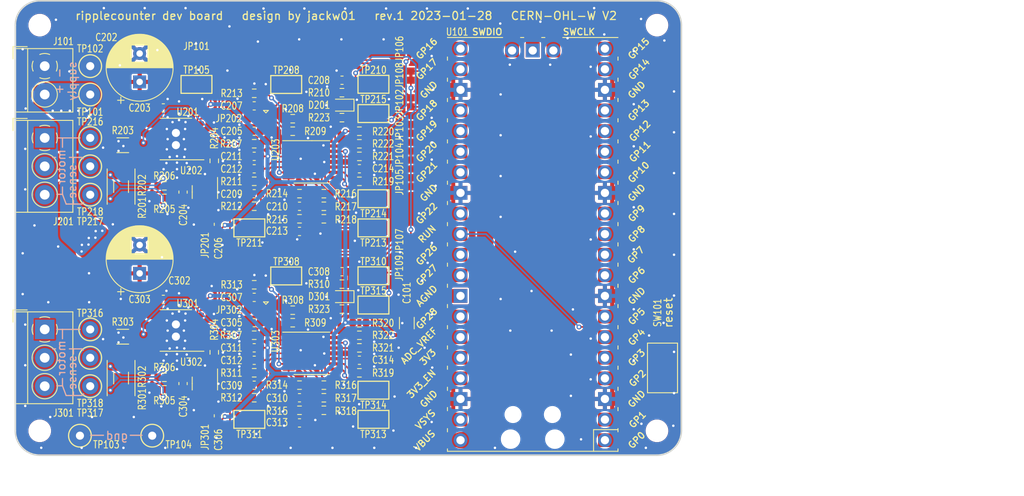
<source format=kicad_pcb>
(kicad_pcb (version 20221018) (generator pcbnew)
  (title_block (date "2023-01-28"))
  (layers (0 "F.Cu" signal) (31 "B.Cu" signal) (34 "B.Paste" user) (35 "F.Paste" user) (36 "B.SilkS" user "B.Silkscreen") (37 "F.SilkS" user "F.Silkscreen") (38 "B.Mask" user) (39 "F.Mask" user) (44 "Edge.Cuts" user))
  (net 0 "")
  (net 1 "+3V3")
  (net 2 "GND")
  (net 3 "/M1_IN2")
  (net 4 "/M1_IN1")
  (net 5 "/M1_I")
  (net 6 "/VBUS")
  (net 7 "/M1_COUNT")
  (net 8 "/motor driver and ripple counter 1/AMP_BIAS")
  (net 9 "/motor driver and ripple counter 1/IPROPI")
  (net 10 "Net-(U202-+)")
  (net 11 "Net-(U202--)")
  (net 12 "Net-(C207-Pad2)")
  (net 13 "Net-(U203A-+)")
  (net 14 "Net-(JP202-C)")
  (net 15 "Net-(U203B--)")
  (net 16 "Net-(U203C-+)")
  (net 17 "Net-(U302-+)")
  (net 18 "Net-(U302--)")
  (net 19 "Net-(U303A-+)")
  (net 20 "Net-(JP302-C)")
  (net 21 "Net-(U303B--)")
  (net 22 "Net-(U303C-+)")
  (net 23 "Net-(D201-A)")
  (net 24 "Net-(D301-A)")
  (net 25 "Net-(J201-Pin_1)")
  (net 26 "Net-(J201-Pin_2)")
  (net 27 "Net-(J201-Pin_3)")
  (net 28 "Net-(J301-Pin_1)")
  (net 29 "Net-(J301-Pin_2)")
  (net 30 "Net-(J301-Pin_3)")
  (net 31 "Net-(JP201-A)")
  (net 32 "Net-(JP202-A)")
  (net 33 "Net-(JP202-B)")
  (net 34 "Net-(JP301-A)")
  (net 35 "Net-(JP302-A)")
  (net 36 "Net-(JP302-B)")
  (net 37 "Net-(U201-GND)")
  (net 38 "Net-(U203A--)")
  (net 39 "/V_MOTOR")
  (net 40 "Net-(U203C--)")
  (net 41 "Net-(U203D--)")
  (net 42 "Net-(U203D-+)")
  (net 43 "Net-(U301-GND)")
  (net 44 "Net-(C213-Pad2)")
  (net 45 "Net-(U303A--)")
  (net 46 "Net-(U303C--)")
  (net 47 "Net-(U303D--)")
  (net 48 "Net-(U303D-+)")
  (net 49 "Net-(C210-Pad2)")
  (net 50 "Net-(U101-RUN)")
  (net 60 "Net-(C307-Pad2)")
  (net 61 "/M2_I")
  (net 62 "/motor driver and ripple counter 2/AMP_BIAS")
  (net 64 "Net-(C310-Pad2)")
  (net 65 "Net-(C313-Pad2)")
  (net 75 "/motor driver and ripple counter 2/IPROPI")
  (net 80 "/M2_COUNT")
  (net 81 "/M2_IN2")
  (net 82 "/M2_IN1")
  (net 83 "/motor driver and ripple counter 1/ISENSE")
  (net 84 "/motor driver and ripple counter 2/ISENSE")
  (net 85 "/motor driver and ripple counter 1/M_IN1")
  (net 86 "/motor driver and ripple counter 1/M_IN2")
  (net 87 "/motor driver and ripple counter 2/M_IN1")
  (net 88 "/motor driver and ripple counter 2/M_IN2")
  (net 89 "/motor driver and ripple counter 1/COUNT")
  (net 90 "/motor driver and ripple counter 2/COUNT")
  (net 92 "/ADC2")
  (footprint "Resistor_SMD:R_0603_1608Metric" (layer "F.Cu") (at 84.98375 97.36875)
    (fp_text reference "R314")
    (fp_text value "100k")
  )
  (footprint "LED_SMD:LED_0603_1608Metric" (layer "F.Cu") (at 90.20875 62.86 180)
    (fp_text reference "D201")
    (fp_text value "LED, 605nm")
  )
  (footprint "Custom:HSOP-8-1EP_3.9x4.9mm_P1.27mm_EP2.41x3.1mm_ThermalVias_HandSolder" (layer "F.Cu") (at 69.765 90.635 180)
    (fp_text reference "U301")
    (fp_text value "DRV8251/A")
  )
  (footprint "TestPoint:TestPoint_Keystone_5000-5004_Miniature" (layer "F.Cu") (at 59.215 61.55)
    (fp_text reference "TP101")
    (fp_text value "5004")
  )
  (footprint "Button_Switch_SMD:SW_SPST_CK_RS282G05A3" (layer "F.Cu") (at 129.68 95.25 -90)
    (fp_text reference "SW101")
    (fp_text value "PTS636 SM25 SMTR LFS")
  )
  (footprint "TestPoint:TestPoint_Keystone_5015_Micro-Minature" (layer "F.Cu") (at 78.80875 77.99)
    (fp_text reference "TP211")
    (fp_text value "RCWCTE")
  )
  (footprint "TestPoint:TestPoint_Keystone_5015_Micro-Minature" (layer "F.Cu") (at 94.08875 87.49875)
    (fp_text reference "TP315")
    (fp_text value "RCWCTE")
  )
  (footprint "Resistor_SMD:R_0603_1608Metric" (layer "F.Cu") (at 92.35875 92.775)
    (fp_text reference "R321")
    (fp_text value "24.9k")
  )
  (footprint "TestPoint:TestPoint_Keystone_5015_Micro-Minature" (layer "F.Cu") (at 94.08875 101.59)
    (fp_text reference "TP313")
    (fp_text value "RCWCTE")
  )
  (footprint "Resistor_SMD:R_0603_1608Metric" (layer "F.Cu") (at 79.40875 75.31875 180)
    (fp_text reference "R212")
    (fp_text value "10k")
  )
  (footprint "Capacitor_SMD:C_0603_1608Metric" (layer "F.Cu") (at 79.40875 62.950001 180)
    (fp_text reference "C207")
    (fp_text value "1u")
  )
  (footprint "Capacitor_SMD:C_0603_1608Metric" (layer "F.Cu") (at 92.35875 94.3 180)
    (fp_text reference "C314")
    (fp_text value "0.01u")
  )
  (footprint "Resistor_SMD:R_0603_1608Metric" (layer "F.Cu") (at 79.40875 95.84375 180)
    (fp_text reference "R311")
    (fp_text value "10k")
  )
  (footprint "Capacitor_SMD:C_0603_1608Metric" (layer "F.Cu") (at 84.98375 102.025)
    (fp_text reference "C313")
    (fp_text value "0.1u")
  )
  (footprint "Resistor_SMD:R_0603_1608Metric" (layer "F.Cu") (at 92.35875 91.225)
    (fp_text reference "R322")
    (fp_text value "220k")
  )
  (footprint "Capacitor_THT:CP_Radial_D8.0mm_P3.50mm" (layer "F.Cu") (at 65.3 83.59625 90)
    (fp_text reference "C302")
    (fp_text value "100u")
  )
  (footprint "Resistor_SMD:R_0603_1608Metric" (layer "F.Cu") (at 87.98375 76.86875)
    (fp_text reference "R218")
    (fp_text value "2.49k")
  )
  (footprint "TestPoint:TestPoint_Keystone_5015_Micro-Minature" (layer "F.Cu") (at 94.08875 77.99)
    (fp_text reference "TP213")
    (fp_text value "RCWCTE")
  )
  (footprint "Capacitor_SMD:C_0603_1608Metric" (layer "F.Cu") (at 68.215 63.2)
    (fp_text reference "C203")
    (fp_text value "0.1u")
  )
  (footprint "TestPoint:TestPoint_Keystone_5015_Micro-Minature" (layer "F.Cu") (at 78.80875 101.59)
    (fp_text reference "TP311")
    (fp_text value "RCWCTE")
  )
  (footprint "Resistor_SMD:R_0603_1608Metric" (layer "F.Cu") (at 68.345 97.9525 180)
    (fp_text reference "R305")
    (fp_text value "10")
  )
  (footprint "TestPoint:TestPoint_Keystone_5015_Micro-Minature" (layer "F.Cu") (at 94.08875 74.39)
    (fp_text reference "TP214")
    (fp_text value "RCWCTE")
  )
  (footprint "Resistor_SMD:R_0603_1608Metric" (layer "F.Cu") (at 90.20875 61.32)
    (fp_text reference "R210")
    (fp_text value "31.6k")
  )
  (footprint "Resistor_SMD:R_2512_6332Metric" (layer "F.Cu") (at 63.015 96.5 90)
    (fp_text reference "R302")
    (fp_text value "~")
  )
  (footprint "TestPoint:TestPoint_Keystone_5000-5004_Miniature" (layer "F.Cu") (at 59.215 90.5)
    (fp_text reference "TP316")
    (fp_text value "5004")
  )
  (footprint "TestPoint:TestPoint_Keystone_5000-5004_Miniature" (layer "F.Cu") (at 57.95 103.6)
    (fp_text reference "TP103")
    (fp_text value "5001")
  )
  (footprint "Capacitor_SMD:C_0603_1608Metric" (layer "F.Cu") (at 68.215 86.8)
    (fp_text reference "C303")
    (fp_text value "0.1u")
  )
  (footprint "Custom:Jumper_0603_Bridged" (layer "F.Cu") (at 98.7 62.5075 90)
    (fp_text reference "JP102")
    (fp_text value "~" hide)
  )
  (footprint "Custom:Jumper_0603_Bridged" (layer "F.Cu") (at 73.35 100.85 -90)
    (fp_text reference "JP301")
    (fp_text value "~" hide)
  )
  (footprint "TestPoint:TestPoint_Keystone_5000-5004_Miniature" (layer "F.Cu") (at 59.215 73.9)
    (fp_text reference "TP217")
    (fp_text value "5004")
  )
  (footprint "Resistor_SMD:R_0603_1608Metric" (layer "F.Cu") (at 92.35875 95.85 180)
    (fp_text reference "R319")
    (fp_text value "1M")
  )
  (footprint "Custom:Jumper_0603_Bridged" (layer "F.Cu") (at 98.7 72.355 -90)
    (fp_text reference "JP105")
    (fp_text value "0603_Closed" hide)
  )
  (footprint "Resistor_SMD:R_1206_3216Metric" (layer "F.Cu") (at 63.015 72.9 90)
    (fp_text reference "R201")
    (fp_text value "0.04")
  )
  (footprint "Capacitor_SMD:C_0603_1608Metric" (layer "F.Cu") (at 79.40875 86.550001 180)
    (fp_text reference "C307")
    (fp_text value "1u")
  )
  (footprint "Resistor_SMD:R_1206_3216Metric" (layer "F.Cu") (at 63.2275 67.8)
    (fp_text reference "R203")
    (fp_text value "0")
  )
  (footprint "Resistor_SMD:R_0603_1608Metric" (layer "F.Cu") (at 68.345 74.3525 180)
    (fp_text reference "R205")
    (fp_text value "10")
  )
  (footprint "Capacitor_THT:CP_Radial_D8.0mm_P3.50mm" (layer "F.Cu") (at 65.3 59.99625 90)
    (fp_text reference "C202")
    (fp_text value "100u")
  )
  (footprint "MountingHole:MountingHole_2.2mm_M2_ISO14580" (layer "F.Cu") (at 129 53)
    (fp_text reference "H103" hide)
    (fp_text value "~")
  )
  (footprint "Resistor_SMD:R_0603_1608Metric" (layer "F.Cu") (at 74.49 93.325 -90)
    (fp_text reference "R304")
    (fp_text value "1k")
  )
  (footprint "Resistor_SMD:R_0603_1608Metric" (layer "F.Cu") (at 79.40875 98.91875 180)
    (fp_text reference "R312")
    (fp_text value "10k")
  )
  (footprint "Capacitor_SMD:C_0603_1608Metric" (layer "F.Cu") (at 79.40875 69.16875 180)
    (fp_text reference "C211")
    (fp_text value "1u")
  )
  (footprint "Custom:Jumper_0603_Bridged" (layer "F.Cu") (at 98.7 59.225 90)
    (fp_text reference "JP108")
    (fp_text value "~" hide)
  )
  (footprint "TestPoint:TestPoint_Keystone_5015_Micro-Minature" (layer "F.Cu") (at 83.34827 60.313608)
    (fp_text reference "TP208")
    (fp_text value "RCWCTE")
  )
  (footprint "Capacitor_SMD:C_0603_1608Metric" (layer "F.Cu") (at 75 101.15 90)
    (fp_text reference "C306")
    (fp_text value "0.1u")
  )
  (footprint "RPi_Pico:RPi_Pico_SMD_TH" (layer "F.Cu") (at 113.7 80.025 180)
    (fp_text reference "U101")
    (fp_text value "RPi Pico")
  )
  (footprint "Resistor_SMD:R_0603_1608Metric" (layer "F.Cu") (at 92.35875 69.175)
    (fp_text reference "R221")
    (fp_text value "24.9k")
  )
  (footprint "Capacitor_SMD:C_0603_1608Metric" (layer "F.Cu") (at 84.98375 98.925 180)
    (fp_text reference "C310")
    (fp_text value "0.001u")
  )
  (footprint "Resistor_SMD:R_0603_1608Metric" (layer "F.Cu") (at 87.98375 98.925)
    (fp_text reference "R317")
    (fp_text value "2.49k")
  )
  (footprint "Custom:Jumper_0603_Bridged" (layer "F.Cu") (at 98.7 82.95 90)
    (fp_text reference "JP109")
    (fp_text value "~" hide)
  )
  (footprint "MountingHole:MountingHole_2.2mm_M2_ISO14580" (layer "F.Cu") (at 129 103)
    (fp_text reference "H102" hide)
    (fp_text value "~")
  )
  (footprint "Resistor_SMD:R_0603_1608Metric" (layer "F.Cu") (at 87.98375 75.325)
    (fp_text reference "R217")
    (fp_text value "2.49k")
  )
  (footprint "TerminalBlock_4Ucon:TerminalBlock_4Ucon_1x02_P3.50mm_Horizontal" (layer "F.Cu") (at 53.615 58.05 -90)
    (fp_text reference "J101")
    (fp_text value "~")
  )
  (footprint "Resistor_SMD:R_0603_1608Metric" (layer "F.Cu") (at 92.35875 66.075)
    (fp_text reference "R220")
    (fp_text value "24.9k")
  )
  (footprint "Resistor_SMD:R_0603_1608Metric" (layer "F.Cu") (at 84.14827 66.073608)
    (fp_text reference "R209")
    (fp_text value "51k")
  )
  (footprint "Capacitor_SMD:C_0603_1608Metric" (layer "F.Cu") (at 79.40875 92.76875 180)
    (fp_text reference "C311")
    (fp_text value "1u")
  )
  (footprint "TestPoint:TestPoint_Keystone_5015_Micro-Minature" (layer "F.Cu") (at 83.34827 83.913608)
    (fp_text reference "TP308")
    (fp_text value "RCWCTE")
  )
  (footprint "Package_SO:TSSOP-14_4.4x5mm_P0.65mm" (layer "F.Cu") (at 86.50875 93.45)
    (fp_text reference "U303")
    (fp_text value "LM324PWR")
  )
  (footprint "Resistor_SMD:R_0603_1608Metric" (layer "F.Cu") (at 84.98375 73.76875)
    (fp_text reference "R214")
    (fp_text value "100k")
  )
  (footprint "TestPoint:TestPoint_Keystone_5015_Micro-Minature" (layer "F.Cu") (at 94.08875 97.99)
    (fp_text reference "TP314")
    (fp_text value "RCWCTE")
  )
  (footprint "LED_SMD:LED_0603_1608Metric" (layer "F.Cu") (at 90.20875 86.46 180)
    (fp_text reference "D301")
    (fp_text value "LED, 605nm")
  )
  (footprint "Resistor_SMD:R_2512_6332Metric" (layer "F.Cu") (at 63.015 72.9 90)
    (fp_text reference "R202")
    (fp_text value "~")
  )
  (footprint "Capacitor_SMD:C_1206_3216Metric" (layer "F.Cu") (at 98.2 89.725 90)
    (fp_text reference "C101")
    (fp_text value "10u")
  )
  (footprint "Resistor_SMD:R_0603_1608Metric" (layer "F.Cu") (at 68.345 96.4025 180)
    (fp_text reference "R306")
    (fp_text value "10")
  )
  (footprint "Capacitor_SMD:C_0603_1608Metric" (layer "F.Cu") (at 79.40875 70.70625 180)
    (fp_text reference "C212")
    (fp_text value "0.1u")
  )
  (footprint "TestPoint:TestPoint_Keystone_5015_Micro-Minature" (layer "F.Cu") (at 94.08875 63.89875)
    (fp_text reference "TP215")
    (fp_text value "RCWCTE")
  )
  (footprint "Capacitor_SMD:C_0603_1608Metric" (layer "F.Cu") (at 90.21875 59.79)
    (fp_text reference "C208")
    (fp_text value "0.1u")
  )
  (footprint "Resistor_SMD:R_0603_1608Metric" (layer "F.Cu") (at 90.20875 64.4 180)
    (fp_text reference "R223")
    (fp_text value "1k")
  )
  (footprint "Capacitor_SMD:C_0603_1608Metric" (layer "F.Cu") (at 79.40875 73.78125)
    (fp_text reference "C209")
    (fp_text value "0.1u")
  )
  (footprint "Custom:Jumper_0603_Bridged" (layer "F.Cu") (at 98.7 55.9425 90)
    (fp_text reference "JP106")
    (fp_text value "~" hide)
  )
  (footprint "Resistor_SMD:R_0603_1608Metric" (layer "F.Cu") (at 90.20875 88 180)
    (fp_text reference "R323")
    (fp_text value "1k")
  )
  (footprint "Capacitor_SMD:C_0603_1608Metric" (layer "F.Cu") (at 84.98375 75.325 180)
    (fp_text reference "C210")
    (fp_text value "0.001u")
  )
  (footprint "Capacitor_SMD:C_0603_1608Metric" (layer "F.Cu") (at 79.40875 66.06875 180)
    (fp_text reference "C205")
    (fp_text value "0.1u")
  )
  (footprint "Custom:Jumper_0603_Bridged" (layer "F.Cu") (at 98.7 79.7 -90)
    (fp_text reference "JP107")
    (fp_text value "~" hide)
  )
  (footprint "Resistor_SMD:R_0603_1608Metric" (layer "F.Cu") (at 84.98375 76.86875)
    (fp_text reference "R215")
    (fp_text value "2.49k")
  )
  (footprint "Capacitor_SMD:C_0603_1608Metric" (layer "F.Cu") (at 79.40875 89.66875 180)
    (fp_text reference "C305")
    (fp_text value "0.1u")
  )
  (footprint "Resistor_SMD:R_1206_3216Metric" (layer "F.Cu") (at 63.015 96.5 90)
    (fp_text reference "R301")
    (fp_text value "0.04")
  )
  (footprint "Capacitor_SMD:C_0603_1608Metric" (layer "F.Cu") (at 75 77.55 90)
    (fp_text reference "C206")
    (fp_text value "0.1u")
  )
  (footprint "Capacitor_SMD:C_0603_1608Metric" (layer "F.Cu") (at 79.40875 94.30625 180)
    (fp_text reference "C312")
    (fp_text value "0.1u")
  )
  (footprint "Package_TO_SOT_SMD:SOT-23-6" (layer "F.Cu") (at 73.335 73.57 -90)
    (fp_text reference "U202")
    (fp_text value "INA181A1IDBVR")
  )
  (footprint "Resistor_SMD:R_0603_1608Metric" (layer "F.Cu") (at 79.40875 72.24375 180)
    (fp_text reference "R211")
    (fp_text value "10k")
  )
  (footprint "MountingHole:MountingHole_2.2mm_M2_ISO14580" (layer "F.Cu") (at 53 103)
    (fp_text reference "H101" hide)
    (fp_text value "~")
  )
  (footprint "Custom:Jumper_0603_Bridged" (layer "F.Cu") (at 98.7 69.0725 -90)
    (fp_text reference "JP104")
    (fp_text value "0603_Closed" hide)
  )
  (footprint "TestPoint:TestPoint_Keystone_5000-5004_Miniature" (layer "F.Cu") (at 59.215 58.05)
    (fp_text reference "TP102")
    (fp_text value "5001")
  )
  (footprint "Capacitor_SMD:C_0603_1608Metric" (layer "F.Cu") (at 92.35875 70.7 180)
    (fp_text reference "C214")
    (fp_text value "0.01u")
  )
  (footprint "Custom:Jumper_0603_Bridged" (layer "F.Cu") (at 73.35 77.25 -90)
    (fp_text reference "JP201")
    (fp_text value "~" hide)
  )
  (footprint "Resistor_SMD:R_0603_1608Metric" (layer "F.Cu") (at 79.40875 61.4)
    (fp_text reference "R213")
    (fp_text value "24.9k")
  )
  (footprint "Custom:Bi_0603_Open" (layer "F.Cu") (at 79.69875 64.51 180)
    (fp_text reference "JP202")
    (fp_text value "~")
  )
  (footprint "Capacitor_SMD:C_0603_1608Metric" (layer "F.Cu") (at 90.21875 83.39)
    (fp_text reference "C308")
    (fp_text value "0.1u")
  )
  (footprint "Resistor_SMD:R_0603_1608Metric" (layer "F.Cu") (at 68.345 72.8025 180)
    (fp_text reference "R206")
    (fp_text value "10")
  )
  (footprint "Capacitor_SMD:C_0603_1608Metric" (layer "F.Cu") (at 79.40875 97.38125)
    (fp_text reference "C309")
    (fp_text value "0.1u")
  )
  (footprint "TestPoint:TestPoint_Keystone_5000-5004_Miniature" (layer "F.Cu") (at 59.215 66.9)
    (fp_text reference "TP216")
    (fp_text value "5004")
  )
  (footprint "Custom:HSOP-8-1EP_3.9x4.9mm_P1.27mm_EP2.41x3.1mm_ThermalVias_HandSolder" (layer "F.Cu") (at 69.765 67.035 180)
    (fp_text reference "U201")
    (fp_text value "DRV8251/A")
  )
  (footprint "Resistor_SMD:R_0603_1608Metric" (layer "F.Cu") (at 74.49 69.725 -90)
    (fp_text reference "R204")
    (fp_text value "1k")
  )
  (footprint "TestPoint:TestPoint_Keystone_5015_Micro-Minature" (layer "F.Cu") (at 94.08875 60.29)
    (fp_text reference "TP210")
    (fp_text value "RCWCTE")
  )
  (footprint "TestPoint:TestPoint_Keystone_5000-5004_Miniature" (layer "F.Cu") (at 66.85 103.6)
    (fp_text reference "TP104")
    (fp_text value "5001")
  )
  (footprint "Custom:Jumper_0603" (layer "F.Cu") (at 72.3 56.85 180)
    (fp_text reference "JP101")
    (fp_text value "~" hide)
  )
  (footprint "Resistor_SMD:R_1206_3216Metric" (layer "F.Cu") (at 63.2275 91.4)
    (fp_text reference "R303")
    (fp_text value "0")
  )
  (footprint "Resistor_SMD:R_0603_1608Metric" (layer "F.Cu") (at 84.14827 89.673608)
    (fp_text reference "R309")
    (fp_text value "51k")
  )
  (footprint "Resistor_SMD:R_0603_1608Metric" (layer "F.Cu") (at 92.35875 89.675)
    (fp_text reference "R320")
    (fp_text value "24.9k")
  )
  (footprint "Resistor_SMD:R_0603_1608Metric" (layer "F.Cu") (at 84.14827 64.533608 180)
    (fp_text reference "R208")
    (fp_text value "1k")
  )
  (footprint "MountingHole:MountingHole_2.2mm_M2_ISO14580" (layer "F.Cu") (at 53 53)
    (fp_text reference "H104" hide)
    (fp_text value "~")
  )
  (footprint "Resistor_SMD:R_0603_1608Metric" (layer "F.Cu") (at 79.40875 85)
    (fp_text reference "R313")
    (fp_text value "24.9k")
  )
  (footprint "Resistor_SMD:R_0603_1608Metric" (layer "F.Cu") (at 87.98375 97.37 180)
    (fp_text reference "R316")
    (fp_text value "1M")
  )
  (footprint "TerminalBlock_4Ucon:TerminalBlock_4Ucon_1x03_P3.50mm_Horizontal" (layer "F.Cu") (at 53.615 90.5 -90)
    (fp_text reference "J301")
    (fp_text value "~")
  )
  (footprint "Resistor_SMD:R_0603_1608Metric" (layer "F.Cu") (at 79.40875 67.61875 180)
    (fp_text reference "R207")
    (fp_text value "470")
  )
  (footprint "Package_TO_SOT_SMD:SOT-23-6" (layer "F.Cu") (at 73.335 97.17 -90)
    (fp_text reference "U302")
    (fp_text value "INA181A1IDBVR")
  )
  (footprint "TestPoint:TestPoint_Keystone_5000-5004_Miniature" (layer "F.Cu") (at 59.215 70.4)
    (fp_text reference "TP218")
    (fp_text value "5004")
  )
  (footprint "Custom:Bi_0603_Open" (layer "F.Cu") (at 79.69875 88.11 180)
    (fp_text reference "JP302")
    (fp_text value "~")
  )
  (footprint "Capacitor_SMD:C_0603_1608Metric" (layer "F.Cu") (at 70.645 73.5775 -90)
    (fp_text reference "C204")
    (fp_text value "2.2u")
  )
  (footprint "TestPoint:TestPoint_Keystone_5000-5004_Miniature" (layer "F.Cu") (at 59.215 97.5)
    (fp_text reference "TP317")
    (fp_text value "5004")
  )
  (footprint "Custom:Jumper_0603_Bridged" (layer "F.Cu") (at 98.7 65.79 90)
    (fp_text reference "JP103")
    (fp_text value "~" hide)
  )
  (footprint "Resistor_SMD:R_0603_1608Metric" (layer "F.Cu") (at 84.14827 88.133608 180)
    (fp_text reference "R308")
    (fp_text value "1k")
  )
  (footprint "Capacitor_SMD:C_0603_1608Metric" (layer "F.Cu") (at 84.98375 78.425)
    (fp_text reference "C213")
    (fp_text value "0.1u")
  )
  (footprint "TestPoint:TestPoint_Keystone_5015_Micro-Minature" (layer "F.Cu") (at 94.08875 83.89)
    (fp_text reference "TP310")
    (fp_text value "RCWCTE")
  )
  (footprint "Resistor_SMD:R_0603_1608Metric" (layer "F.Cu") (at 92.35875 67.625)
    (fp_text reference "R222")
    (fp_text value "220k")
  )
  (footprint "Resistor_SMD:R_0603_1608Metric" (layer "F.Cu") (at 87.98375 73.77 180)
    (fp_text reference "R216")
    (fp_text value "1M")
  )
  (footprint "Resistor_SMD:R_0603_1608Metric" (layer "F.Cu") (at 79.40875 91.21875 180)
    (fp_text reference "R307")
    (fp_text value "470")
  )
  (footprint "TerminalBlock_4Ucon:TerminalBlock_4Ucon_1x03_P3.50mm_Horizontal" (layer "F.Cu") (at 53.615 66.9 -90)
    (fp_text reference "J201")
    (fp_text value "~")
  )
  (footprint "Resistor_SMD:R_0603_1608Metric" (layer "F.Cu") (at 84.98375 100.46875)
    (fp_text reference "R315")
    (fp_text value "2.49k")
  )
  (footprint "TestPoint:TestPoint_Keystone_5000-5004_Miniature" (layer "F.Cu") (at 59.215 94)
    (fp_text reference "TP318")
    (fp_text value "5004")
  )
  (footprint "Resistor_SMD:R_0603_1608Metric" (layer "F.Cu") (at 90.20875 84.92)
    (fp_text reference "R310")
    (fp_text value "31.6k")
  )
  (footprint "Resistor_SMD:R_0603_1608Metric" (layer "F.Cu") (at 92.35875 72.25 180)
    (fp_text reference "R219")
    (fp_text value "1M")
  )
  (footprint "Capacitor_SMD:C_0603_1608Metric" (layer "F.Cu") (at 70.645 97.1775 -90)
    (fp_text reference "C304")
    (fp_text value "2.2u")
  )
  (footprint "TestPoint:TestPoint_Keystone_5015_Micro-Minature" (layer "F.Cu") (at 72.3 60.3)
    (fp_text reference "TP105")
    (fp_text value "RCWCTE")
  )
  (footprint "Package_SO:TSSOP-14_4.4x5mm_P0.65mm" (layer "F.Cu") (at 86.50875 69.85)
    (fp_text reference "U203")
    (fp_text value "LM324PWR")
  )
  (footprint "Resistor_SMD:R_0603_1608Metric" (layer "F.Cu") (at 87.98375 100.46875)
    (fp_text reference "R318")
    (fp_text value "2.49k")
  )
  (gr_line (start 55.8 90.5) (end 55.1 90.5) (stroke (width 0.15)) (layer "B.SilkS"))
  (gr_line (start 57.15 74.6) (end 57.15 75.05) (stroke (width 0.15)) (layer "B.SilkS"))
  (gr_line (start 55.8 91.65) (end 55.8 90.5) (stroke (width 0.15)) (layer "B.SilkS"))
  (gr_line (start 57.15 69.95) (end 57.15 69.3) (stroke (width 0.15)) (layer "B.SilkS"))
  (gr_line (start 58.2 69.3) (end 58.35 69.45) (stroke (width 0.15)) (layer "B.SilkS"))
  (gr_line (start 57.15 98.2) (end 57.15 98.65) (stroke (width 0.15)) (layer "B.SilkS"))
  (gr_line (start 54.6 92.9) (end 54.95 92.9) (stroke (width 0.15)) (layer "B.SilkS"))
  (gr_line (start 57.15 69.3) (end 56.65 69.3) (stroke (width 0.15)) (layer "B.SilkS"))
  (gr_line (start 55.8 97.45) (end 55.1 97.45) (stroke (width 0.15)) (layer "B.SilkS"))
  (gr_line (start 55.8 68.05) (end 55.8 66.9) (stroke (width 0.15)) (layer "B.SilkS"))
  (gr_line (start 55.8 72.95) (end 55.8 73.85) (stroke (width 0.15)) (layer "B.SilkS"))
  (gr_line (start 57.15 92.9) (end 58.2 92.9) (stroke (width 0.15)) (layer "B.SilkS"))
  (gr_line (start 57.2 98.65) (end 56.25 98.65) (stroke (width 0.15)) (layer "B.SilkS"))
  (gr_line (start 54.6 69.3) (end 54.95 69.3) (stroke (width 0.15)) (layer "B.SilkS"))
  (gr_line (start 55.8 96.55) (end 55.8 97.45) (stroke (width 0.15)) (layer "B.SilkS"))
  (gr_line (start 58.2 75.05) (end 58.4 74.85) (stroke (width 0.15)) (layer "B.SilkS"))
  (gr_line (start 65.6 103.55) (end 64.15 103.55) (stroke (width 0.15)) (layer "B.SilkS"))
  (gr_line (start 55.8 66.9) (end 55.1 66.9) (stroke (width 0.15)) (layer "B.SilkS"))
  (gr_line (start 57.15 69.3) (end 58.2 69.3) (stroke (width 0.15)) (layer "B.SilkS"))
  (gr_line (start 57.15 98.65) (end 58.2 98.65) (stroke (width 0.15)) (layer "B.SilkS"))
  (gr_line (start 56.25 98.65) (end 55.8 97.45) (stroke (width 0.15)) (layer "B.SilkS"))
  (gr_line (start 58.2 92.9) (end 58.35 93.05) (stroke (width 0.15)) (layer "B.SilkS"))
  (gr_line (start 55.8 66.9) (end 57.95 66.9) (stroke (width 0.15)) (layer "B.SilkS"))
  (gr_line (start 57.15 93.55) (end 57.15 92.9) (stroke (width 0.15)) (layer "B.SilkS"))
  (gr_line (start 56.25 75.05) (end 55.8 73.85) (stroke (width 0.15)) (layer "B.SilkS"))
  (gr_line (start 59.25 103.55) (end 60.85 103.55) (stroke (width 0.15)) (layer "B.SilkS"))
  (gr_line (start 57.15 92.9) (end 56.65 92.9) (stroke (width 0.15)) (layer "B.SilkS"))
  (gr_line (start 58.2 98.65) (end 58.4 98.45) (stroke (width 0.15)) (layer "B.SilkS"))
  (gr_line (start 57.2 75.05) (end 56.25 75.05) (stroke (width 0.15)) (layer "B.SilkS"))
  (gr_line (start 57.15 75.05) (end 58.2 75.05) (stroke (width 0.15)) (layer "B.SilkS"))
  (gr_line (start 55.8 90.5) (end 57.95 90.5) (stroke (width 0.15)) (layer "B.SilkS"))
  (gr_line (start 55.8 73.85) (end 55.1 73.85) (stroke (width 0.15)) (layer "B.SilkS"))
  (gr_arc (start 132 103) (mid 131.12132 105.12132) (end 129 106) (stroke (width 0.2)) (layer "Edge.Cuts"))
  (gr_arc (start 53 106) (mid 50.87868 105.12132) (end 50 103) (stroke (width 0.2)) (layer "Edge.Cuts"))
  (gr_arc (start 129 50) (mid 131.12132 50.87868) (end 132 53) (stroke (width 0.2)) (layer "Edge.Cuts"))
  (gr_arc (start 50 53) (mid 50.87868 50.87868) (end 53 50) (stroke (width 0.2)) (layer "Edge.Cuts"))
  (gr_line (start 53 106) (end 129 106) (stroke (width 0.2)) (layer "Edge.Cuts"))
  (gr_line (start 132 103) (end 132 53) (stroke (width 0.2)) (layer "Edge.Cuts"))
  (gr_line (start 129 50) (end 53 50) (stroke (width 0.2)) (layer "Edge.Cuts"))
  (gr_line (start 50 53) (end 50 103) (stroke (width 0.2)) (layer "Edge.Cuts"))
  (gr_text "sense" (at 57 74.5 90) (layer "B.SilkS") (effects (font (size 1 1)) (justify right mirror)))
  (gr_text "motor" (at 55.65 96.3 90) (layer "B.SilkS") (effects (font (size 1 1)) (justify right mirror)))
  (gr_text "- +\nsupply" (at 56.2 59.9 90) (layer "B.SilkS") (effects (font (size 1 1)) (justify mirror)))
  (gr_text "motor" (at 55.65 72.75 90) (layer "B.SilkS") (effects (font (size 1 1)) (justify right mirror)))
  (gr_text "gnd" (at 61.05 103.6) (layer "B.SilkS") (effects (font (size 1 1)) (justify right mirror)))
  (gr_text "sense" (at 57 98.05 90) (layer "B.SilkS") (effects (font (size 1 1)) (justify right mirror)))
  (gr_text "reset" (at 130.4 88.45 90) (layer "F.SilkS") (effects (font (size 1 1))))
  (gr_text "ripplecounter dev board   design by jackw01   rev.1 2023-01-28   CERN-OHL-W V2" (at 57.3 51.85) (layer "F.SilkS") (effects (font (size 1 1)) (justify left)))
  (segment (start 104.81 93.995) (end 99.995 93.995) (width 0.5) (layer "F.Cu") (net 1))
  (segment (start 74 86.35) (end 72.415 87.935) (width 0.2) (layer "F.Cu") (net 1))
  (segment (start 73.05 60.3) (end 72.3 60.3) (width 0.2) (layer "F.Cu") (net 1))
  (segment (start 81.58375 69.85) (end 83.64625 69.85) (width 0.2) (layer "F.Cu") (net 1))
  (segment (start 74.285 98.3075) (end 74.20048 98.39202) (width 0.2) (layer "F.Cu") (net 1))
  (segment (start 80.18375 70.70625) (end 80.18375 69.16875) (width 0.2) (layer "F.Cu") (net 1))
  (segment (start 90.6375 66.075) (end 90.63125 66.06875) (width 0.2) (layer "F.Cu") (net 1))
  (segment (start 91.53375 89.675) (end 90.6375 89.675) (width 0.2) (layer "F.Cu") (net 1))
  (segment (start 81.08375 69.16375) (end 81.07875 69.16875) (width 0.2) (layer "F.Cu") (net 1))
  (segment (start 91.53375 66.075) (end 90.6375 66.075) (width 0.2) (layer "F.Cu") (net 1))
  (segment (start 75.8 101.25) (end 75.125 101.925) (width 0.2) (layer "F.Cu") (net 1))
  (segment (start 72.415 87.935) (end 72.415 88.73) (width 0.2) (layer "F.Cu") (net 1))
  (segment (start 99.995 93.995) (end 98.2 92.2) (width 0.5) (layer "F.Cu") (net 1))
  (segment (start 75.125 78.325) (end 75 78.325) (width 0.2) (layer "F.Cu") (net 1))
  (segment (start 75.125 101.925) (end 75 101.925) (width 0.2) (layer "F.Cu") (net 1))
  (segment (start 74.20048 98.39202) (end 74.20048 101.12548) (width 0.2) (layer "F.Cu") (net 1))
  (segment (start 81.58375 93.45) (end 83.64625 93.45) (width 0.2) (layer "F.Cu") (net 1))
  (segment (start 72.415 64.385) (end 72.415 65.13) (width 0.2) (layer "F.Cu") (net 1))
  (segment (start 74.285 74.7075) (end 74.20048 74.79202) (width 0.2) (layer "F.Cu") (net 1))
  (segment (start 81.045 92.76875) (end 81.05 92.76375) (width 0.2) (layer "F.Cu") (net 1))
  (segment (start 90.6375 89.675) (end 90.63125 89.66875) (width 0.2) (layer "F.Cu") (net 1))
  (segment (start 74.20048 101.12548) (end 75 101.925) (width 0.2) (layer "F.Cu") (net 1))
  (segment (start 80.18375 92.76875) (end 81.045 92.76875) (width 0.2) (layer "F.Cu") (net 1))
  (segment (start 74.05 62.75) (end 72.415 64.385) (width 0.2) (layer "F.Cu") (net 1))
  (segment (start 74.20048 74.79202) (end 74.20048 77.52548) (width 0.2) (layer "F.Cu") (net 1))
  (segment (start 74.05 61.3) (end 73.05 60.3) (width 0.2) (layer "F.Cu") (net 1))
  (segment (start 80.23375 72.24375) (end 80.23375 70.75625) (width 0.2) (layer "F.Cu") (net 1))
  (segment (start 80.23375 94.35625) (end 80.18375 94.30625) (width 0.2) (layer "F.Cu") (net 1))
  (segment (start 81.07875 69.16875) (end 80.18375 69.16875) (width 0.2) (layer "F.Cu") (net 1))
  (segment (start 75.8 77.65) (end 75.125 78.325) (width 0.2) (layer "F.Cu") (net 1))
  (segment (start 98.2 91.2) (end 96.499998 91.2) (width 0.5) (layer "F.Cu") (net 1))
  (segment (start 98.2 92.2) (end 98.2 91.2) (width 0.5) (layer "F.Cu") (net 1))
  (segment (start 80.23375 95.84375) (end 80.23375 94.35625) (width 0.2) (layer "F.Cu") (net 1))
  (segment (start 80.18375 70.70625) (end 80.7275 70.70625) (width 0.2) (layer "F.Cu") (net 1))
  (segment (start 80.23375 70.75625) (end 80.18375 70.70625) (width 0.2) (layer "F.Cu") (net 1))
  (segment (start 80.18375 94.30625) (end 80.18375 92.76875) (width 0.2) (layer "F.Cu") (net 1))
  (segment (start 74.20048 77.52548) (end 75 78.325) (width 0.2) (layer "F.Cu") (net 1))
  (segment (start 80.7275 70.70625) (end 81.58375 69.85) (width 0.2) (layer "F.Cu") (net 1))
  (segment (start 80.7275 94.30625) (end 81.58375 93.45) (width 0.2) (layer "F.Cu") (net 1))
  (segment (start 80.18375 94.30625) (end 80.7275 94.30625) (width 0.2) (layer "F.Cu") (net 1))
  (segment (start 74.05 62.75) (end 74.05 61.3) (width 0.2) (layer "F.Cu") (net 1))
  (via (at 90.63125 66.06875) (size 0.6) (drill 0.3) (layers "F.Cu" "B.Cu") (net 1))
  (via (at 96.499998 91.2) (size 0.6) (drill 0.3) (layers "F.Cu" "B.Cu") (net 1))
  (via (at 75.8 101.25) (size 0.6) (drill 0.3) (layers "F.Cu" "B.Cu") (net 1))
  (via (at 81.08375 69.16375) (size 0.6) (drill 0.3) (layers "F.Cu" "B.Cu") (net 1))
  (via (at 81.05 92.76375) (size 0.6) (drill 0.3) (layers "F.Cu" "B.Cu") (net 1))
  (via (at 75.8 77.65) (size 0.6) (drill 0.3) (layers "F.Cu" "B.Cu") (net 1))
  (via (at 90.63125 89.66875) (size 0.6) (drill 0.3) (layers "F.Cu" "B.Cu") (net 1))
  (via (at 74.05 62.75) (size 0.6) (drill 0.3) (layers "F.Cu" "B.Cu") (net 1))
  (via (at 74 86.35) (size 0.6) (drill 0.3) (layers "F.Cu" "B.Cu") (net 1))
  (segment (start 89.2 67.5) (end 89.2 71.15) (width 0.5) (layer "B.Cu") (net 1))
  (segment (start 90.63125 89.66875) (end 89.2 91.1) (width 0.5) (layer "B.Cu") (net 1))
  (segment (start 89.2 71.15) (end 88 72.35) (width 0.5) (layer "B.Cu") (net 1))
  (segment (start 74.05 62.75) (end 76.25 62.75) (width 0.5) (layer "B.Cu") (net 1))
  (segment (start 90.63125 74.98125) (end 88 72.35) (width 0.5) (layer "B.Cu") (net 1))
  (segment (start 88 95.95) (end 81.85 95.95) (width 0.5) (layer "B.Cu") (net 1))
  (segment (start 90.63125 89.66875) (end 90.63125 74.98125) (width 0.5) (layer "B.Cu") (net 1))
  (segment (start 89.2 94.75) (end 88 95.95) (width 0.5) (layer "B.Cu") (net 1))
  (segment (start 90.63125 89.66875) (end 94.968748 89.66875) (width 0.5) (layer "B.Cu") (net 1))
  (segment (start 90.63125 66.06875) (end 89.2 67.5) (width 0.5) (layer "B.Cu") (net 1))
  (segment (start 76.55 77.65) (end 75.8 77.65) (width 0.5) (layer "B.Cu") (net 1))
  (segment (start 88 72.35) (end 81.85 72.35) (width 0.5) (layer "B.Cu") (net 1))
  (segment (start 76.25 86.35) (end 81.05 91.15) (width 0.5) (layer "B.Cu") (net 1))
  (segment (start 76.25 62.75) (end 81.05 67.55) (width 0.5) (layer "B.Cu") (net 1))
  (segment (start 76.55 101.25) (end 75.8 101.25) (width 0.5) (layer "B.Cu") (net 1))
  (segment (start 81.85 95.95) (end 81.05 95.15) (width 0.5) (layer "B.Cu") (net 1))
  (segment (start 81.05 71.55) (end 81.85 72.35) (width 0.5) (layer "B.Cu") (net 1))
  (segment (start 94.968748 89.66875) (end 96.499998 91.2) (width 0.5) (layer "B.Cu") (net 1))
  (segment (start 81.85 72.35) (end 76.55 77.65) (width 0.5) (layer "B.Cu") (net 1))
  (segment (start 81.05 67.55) (end 81.05 71.55) (width 0.5) (layer "B.Cu") (net 1))
  (segment (start 81.05 91.15) (end 81.05 92.76375) (width 0.5) (layer "B.Cu") (net 1))
  (segment (start 74 86.35) (end 76.25 86.35) (width 0.5) (layer "B.Cu") (net 1))
  (segment (start 81.85 95.95) (end 76.55 101.25) (width 0.5) (layer "B.Cu") (net 1))
  (segment (start 89.2 91.1) (end 89.2 94.75) (width 0.5) (layer "B.Cu") (net 1))
  (segment (start 81.05 95.15) (end 81.05 92.76375) (width 0.5) (layer "B.Cu") (net 1))
  (via (at 69.35 88.55) (size 0.6) (drill 0.3) (layers "F.Cu" "B.Cu") (net 2))
  (via (at 70.9 91.9) (size 0.6) (drill 0.3) (layers "F.Cu" "B.Cu") (net 2))
  (via (at 88.03125 69.86875) (size 0.6) (drill 0.3) (layers "F.Cu" "B.Cu") (net 2))
  (via (at 70.95 64.95) (size 0.6) (drill 0.3) (layers "F.Cu" "B.Cu") (net 2))
  (via (at 83.13125 98.11875) (size 0.6) (drill 0.3) (layers "F.Cu" "B.Cu") (net 2))
  (via (at 67.963796 99.983101) (size 0.6) (drill 0.3) (layers "F.Cu" "B.Cu") (net 2))
  (via (at 131.1 61.174211) (size 0.6) (drill 0.3) (layers "F.Cu" "B.Cu") (net 2))
  (via (at 87.93125 67.81875) (size 0.6) (drill 0.3) (layers "F.Cu" "B.Cu") (net 2))
  (via (at 75.55 93.35) (size 0.6) (drill 0.3) (layers "F.Cu" "B.Cu") (net 2))
  (via (at 77.58125 69.91875) (size 0.6) (drill 0.3) (layers "F.Cu" "B.Cu") (net 2))
  (via (at 126.1405 88.014142) (size 0.6) (drill 0.3) (layers "F.Cu" "B.Cu") (net 2))
  (via (at 115.849297 57.8755) (size 0.6) (drill 0.3) (layers "F.Cu" "B.Cu") (net 2))
  (via (at 85.13125 93.06875) (size 0.6) (drill 0.3) (layers "F.Cu" "B.Cu") (net 2))
  (via (at 81.55 90.45) (size 0.6) (drill 0.3) (layers "F.Cu" "B.Cu") (net 2))
  (via (at 94.18125 92.01875) (size 0.6) (drill 0.3) (layers "F.Cu" "B.Cu") (net 2))
  (via (at 53.185556 105.092335) (size 0.6) (drill 0.3) (layers "F.Cu" "B.Cu") (net 2))
  (via (at 120.8395 66.718302) (size 0.6) (drill 0.3) (layers "F.Cu" "B.Cu") (net 2))
  (via (at 96.550839 102.970311) (size 0.6) (drill 0.3) (layers "F.Cu" "B.Cu") (net 2))
  (via (at 68.75 64.35) (size 0.6) (drill 0.3) (layers "F.Cu" "B.Cu") (net 2))
  (via (at 62.7 92.1) (size 0.6) (drill 0.3) (layers "F.Cu" "B.Cu") (net 2))
  (via (at 85.83125 61.21875) (size 0.6) (drill 0.3) (layers "F.Cu" "B.Cu") (net 2))
  (via (at 118.650832 88.035911) (size 0.6) (drill 0.3) (layers "F.Cu" "B.Cu") (net 2))
  (via (at 97.180404 86.219976) (size 0.6) (drill 0.3) (layers "F.Cu" "B.Cu") (net 2))
  (via (at 101.298034 67.462585) (size 0.6) (drill 0.3) (layers "F.Cu" "B.Cu") (net 2))
  (via (at 120.8395 96.656502) (size 0.6) (drill 0.3) (layers "F.Cu" "B.Cu") (net 2))
  (via (at 54.287742 101.3) (size 0.6) (drill 0.3) (layers "F.Cu" "B.Cu") (net 2))
  (via (at 76.108912 58.598301) (size 0.6) (drill 0.3) (layers "F.Cu" "B.Cu") (net 2))
  (via (at 109.7505 61.538042) (size 0.6) (drill 0.3) (layers "F.Cu" "B.Cu") (net 2))
  (via (at 77.6 75.45) (size 0.6) (drill 0.3) (layers "F.Cu" "B.Cu") (net 2))
  (via (at 127.631124 105.1) (size 0.6) (drill 0.3) (layers "F.Cu" "B.Cu") (net 2))
  (via (at 73.345 94.9525) (size 0.6) (drill 0.3) (layers "F.Cu" "B.Cu") (net 2))
  (via (at 70.95 88.55) (size 0.6) (drill 0.3) (layers "F.Cu" "B.Cu") (net 2))
  (via (at 68.65 91.9) (size 0.6) (drill 0.3) (layers "F.Cu" "B.Cu") (net 2))
  (via (at 91.797972 79.578276) (size 0.6) (drill 0.3) (layers "F.Cu" "B.Cu") (net 2))
  (via (at 126.1405 80.630739) (size 0.6) (drill 0.3) (layers "F.Cu" "B.Cu") (net 2))
  (via (at 96.68925 98.774437) (size 0.6) (drill 0.3) (layers "F.Cu" "B.Cu") (net 2))
  (via (at 70.15 86.05) (size 0.6) (drill 0.3) (layers "F.Cu" "B.Cu") (net 2))
  (via (at 90.43125 97.31875) (size 0.6) (drill 0.3) (layers "F.Cu" "B.Cu") (net 2))
  (via (at 82.93125 100.61875) (size 0.6) (drill 0.3) (layers "F.Cu" "B.Cu") (net 2))
  (via (at 68.25 70.75) (size 0.6) (drill 0.3) (layers "F.Cu" "B.Cu") (net 2))
  (via (at 77.58125 71.46875) (size 0.6) (drill 0.3) (layers "F.Cu" "B.Cu") (net 2))
  (via (at 92.33125 99.71875) (size 0.6) (drill 0.3) (layers "F.Cu" "B.Cu") (net 2))
  (via (at 126.1405 62.742775) (size 0.6) (drill 0.3) (layers "F.Cu" "B.Cu") (net 2))
  (via (at 75.75 90.5) (size 0.6) (drill 0.3) (layers "F.Cu" "B.Cu") (net 2))
  (via (at 101.2595 56.799137) (size 0.6) (drill 0.3) (layers "F.Cu" "B.Cu") (net 2))
  (via (at 71.9745 100.453093) (size 0.6) (drill 0.3) (layers "F.Cu" "B.Cu") (net 2))
  (via (at 94.18125 69.91875) (size 0.6) (drill 0.3) (layers "F.Cu" "B.Cu") (net 2))
  (via (at 77.58125 66.86875) (size 0.6) (drill 0.3) (layers "F.Cu" "B.Cu") (net 2))
  (via (at 94.18125 68.41875) (size 0.6) (drill 0.3) (layers "F.Cu" "B.Cu") (net 2))
  (via (at 131.1 81.297215) (size 0.6) (drill 0.3) (layers "F.Cu" "B.Cu") (net 2))
  (via (at 131.1 76.266464) (size 0.6) (drill 0.3) (layers "F.Cu" "B.Cu") (net 2))
  (via (at 63.3 67.9) (size 0.6) (drill 0.3) (layers "F.Cu" "B.Cu") (net 2))
  (via (at 119.65 104.05) (size 0.6) (drill 0.3) (layers "F.Cu" "B.Cu") (net 2))
  (via (at 100.3875 92.760447) (size 0.6) (drill 0.3) (layers "F.Cu" "B.Cu") (net 2))
  (via (at 86.93125 101.66875) (size 0.6) (drill 0.3) (layers "F.Cu" "B.Cu") (net 2))
  (via (at 55.268427 80.287223) (size 0.6) (drill 0.3) (layers "F.Cu" "B.Cu") (net 2))
  (via (at 62.976168 86.746892) (size 0.6) (drill 0.3) (layers "F.Cu" "B.Cu") (net 2))
  (via (at 122.510013 54.1445) (size 0.6) (drill 0.3) (layers "F.Cu" "B.Cu") (net 2))
  (via (at 76.358521 53.153765) (size 0.6) (drill 0.3) (layers "F.Cu" "B.Cu") (net 2))
  (via (at 51.215 89.907666) (size 0.6) (drill 0.3) (layers "F.Cu" "B.Cu") (net 2))
  (via (at 71.1 93.6) (size 0.6) (drill 0.3) (layers "F.Cu" "B.Cu") (net 2))
  (via (at 51.265 63.275285) (size 0.6) (drill 0.3) (layers "F.Cu" "B.Cu") (net 2))
  (via (at 74.45 65) (size 0.6) (drill 0.3) (layers "F.Cu" "B.Cu") (net 2))
  (via (at 77.58125 65.26875) (size 0.6) (drill 0.3) (layers "F.Cu" "B.Cu") (net 2))
  (via (at 118.4 98.688212) (size 0.6) (drill 0.3) (layers "F.Cu" "B.Cu") (net 2))
  (via (at 109.702425 52.803521) (size 0.6) (drill 0.3) (layers "F.Cu" "B.Cu") (net 2))
  (via (at 62.866341 57.95) (size 0.6) (drill 0.3) (layers "F.Cu" "B.Cu") (net 2))
  (via (at 82.5 96.8) (size 0.6) (drill 0.3) (layers "F.Cu" "B.Cu") (net 2))
  (via (at 62.7 68.5) (size 0.6) (drill 0.3) (layers "F.Cu" "B.Cu") (net 2))
  (via (at 82.93125 77.01875) (size 0.6) (drill 0.3) (layers "F.Cu" "B.Cu") (net 2))
  (via (at 83.33125 87) (size 0.6) (drill 0.3) (layers "F.Cu" "B.Cu") (net 2))
  (via (at 68.454702 105.1) (size 0.6) (drill 0.3) (layers "F.Cu" "B.Cu") (net 2))
  (via (at 101.2595 64.419137) (size 0.6) (drill 0.3) (layers "F.Cu" "B.Cu") (net 2))
  (via (at 79.428507 60.19827) (size 0.6) (drill 0.3) (layers "F.Cu" "B.Cu") (net 2))
  (via (at 62.7 67.3) (size 0.6) (drill 0.3) (layers "F.Cu" "B.Cu") (net 2))
  (via (at 90.615533 50.9495) (size 0.6) (drill 0.3) (layers "F.Cu" "B.Cu") (net 2))
  (via (at 97.190539 92.755691) (size 0.6) (drill 0.3) (layers "F.Cu" "B.Cu") (net 2))
  (via (at 68.25 94.35) (size 0.6) (drill 0.3) (layers "F.Cu" "B.Cu") (net 2))
  (via (at 73.008012 62.105565) (size 0.6) (drill 0.3) (layers "F.Cu" "B.Cu") (net 2))
  (via (at 74.762612 103.8505) (size 0.6) (drill 0.3) (layers "F.Cu" "B.Cu") (net 2))
  (via (at 120.8395 79.419241) (size 0.6) (drill 0.3) (layers "F.Cu" "B.Cu") (net 2))
  (via (at 86.88125 71.31875) (size 0.6) (drill 0.3) (layers "F.Cu" "B.Cu") (net 2))
  (via (at 87.563007 78.689628) (size 0.6) (drill 0.3) (layers "F.Cu" "B.Cu") (net 2))
  (via (at 126.1405 75.441835) (size 0.6) (drill 0.3) (layers "F.Cu" "B.Cu") (net 2))
  (via (at 84.7 79.4) (size 0.6) (drill 0.3) (layers "F.Cu" "B.Cu") (net 2))
  (via (at 68.65 65.8) (size 0.6) (drill 0.3) (layers "F.Cu" "B.Cu") (net 2))
  (via (at 82.5 73.2) (size 0.6) (drill 0.3) (layers "F.Cu" "B.Cu") (net 2))
  (via (at 95.9995 62.122528) (size 0.6) (drill 0.3) (layers "F.Cu" "B.Cu") (net 2))
  (via (at 70.15 64.7) (size 0.6) (drill 0.3) (layers "F.Cu" "B.Cu") (net 2))
  (via (at 99.337134 105.1) (size 0.6) (drill 0.3) (layers "F.Cu" "B.Cu") (net 2))
  (via (at 83.13125 74.51875) (size 0.6) (drill 0.3) (layers "F.Cu" "B.Cu") (net 2))
  (via (at 70.15 62.4) (size 0.6) (drill 0.3) (layers "F.Cu" "B.Cu") (net 2))
  (via (at 69.9 95.4) (size 0.6) (drill 0.3) (layers "F.Cu" "B.Cu") (net 2))
  (via (at 97.3245 66.844137) (size 0.6) (drill 0.3) (layers "F.Cu" "B.Cu") (net 2))
  (via (at 97.642838 89.7245) (size 0.6) (drill 0.3) (layers "F.Cu" "B.Cu") (net 2))
  (via (at 85.584782 50.9495) (size 0.6) (drill 0.3) (layers "F.Cu" "B.Cu") (net 2))
  (via (at 56.65 58.7) (size 0.6) (drill 0.3) (layers "F.Cu" "B.Cu") (net 2))
  (via (at 94.18125 93.51875) (size 0.6) (drill 0.3) (layers "F.Cu" "B.Cu") (net 2))
  (via (at 54.05265 87.15) (size 0.6) (drill 0.3) (layers "F.Cu" "B.Cu") (net 2))
  (via (at 62 77.55) (size 0.6) (drill 0.3) (layers "F.Cu" "B.Cu") (net 2))
  (via (at 129.815681 89.6995) (size 0.6) (drill 0.3) (layers "F.Cu" "B.Cu") (net 2))
  (via (at 77.58125 68.36875) (size 0.6) (drill 0.3) (layers "F.Cu" "B.Cu") (net 2))
  (via (at 63.30763 105.1) (size 0.6) (drill 0.3) (layers "F.Cu" "B.Cu") (net 2))
  (via (at 101.2595 101.911561) (size 0.6) (drill 0.3) (layers "F.Cu" "B.Cu") (net 2))
  (via (at 69 69.25) (size 0.6) (drill 0.3) (layers "F.Cu" "B.Cu") (net 2))
  (via (at 83.895918 105.1) (size 0.6) (drill 0.3) (layers "F.Cu" "B.Cu") (net 2))
  (via (at 89.93125 100.76875) (size 0.6) (drill 0.3) (layers "F.Cu" "B.Cu") (net 2))
  (via (at 109.7505 71.599544) (size 0.6) (drill 0.3) (layers "F.Cu" "B.Cu") (net 2))
  (via (at 65.924009 50.9) (size 0.6) (drill 0.3) (layers "F.Cu" "B.Cu") (net 2))
  (via (at 74.45 88.6) (size 0.6) (drill 0.3) (layers "F.Cu" "B.Cu") (net 2))
  (via (at 109.7505 86.755653) (size 0.6) (drill 0.3) (layers "F.Cu" "B.Cu") (net 2))
  (via (at 68.6 85.75) (size 0.6) (drill 0.3) (layers "F.Cu" "B.Cu") (net 2))
  (via (at 51.215 73.238639) (size 0.6) (drill 0.3) (layers "F.Cu" "B.Cu") (net 2))
  (via (at 77.6 99.05) (size 0.6) (drill 0.3) (layers "F.Cu" "B.Cu") (net 2))
  (via (at 95.646284 50.9495) (size 0.6) (drill 0.3) (layers "F.Cu" "B.Cu") (net 2))
  (via (at 126.1405 56.201023) (size 0.6) (drill 0.3) (layers "F.Cu" "B.Cu") (net 2))
  (via (at 68.75 90.65) (size 0.6) (drill 0.3) (layers "F.Cu" "B.Cu") (net 2))
  (via (at 69.9 93.55) (size 0.6) (drill 0.3) (layers "F.Cu" "B.Cu") (net 2))
  (via (at 79.862631 55.025082) (size 0.6) (drill 0.3) (layers "F.Cu" "B.Cu") (net 2))
  (via (at 131.011709 102.378118) (size 0.6) (drill 0.3) (layers "F.Cu" "B.Cu") (net 2))
  (via (at 101.287674 79.835332) (size 0.6) (drill 0.3) (layers "F.Cu" "B.Cu") (net 2))
  (via (at 131.1 86.327966) (size 0.6) (drill 0.3) (layers "F.Cu" "B.Cu") (net 2))
  (via (at 131.1 93.26928) (size 0.6) (drill 0.3) (layers "F.Cu" "B.Cu") (net 2))
  (via (at 116.027081 90.65) (size 0.6) (drill 0.3) (layers "F.Cu" "B.Cu") (net 2))
  (via (at 88.83125 65.51875) (size 0.6) (drill 0.3) (layers "F.Cu" "B.Cu") (net 2))
  (via (at 77.58125 95.06875) (size 0.6) (drill 0.3) (layers "F.Cu" "B.Cu") (net 2))
  (via (at 127.084235 102.133268) (size 0.6) (drill 0.3) (layers "F.Cu" "B.Cu") (net 2))
  (via (at 120.8395 58.128963) (size 0.6) (drill 0.3) (layers "F.Cu" "B.Cu") (net 2))
  (via (at 101.750194 72.794199) (size 0.6) (drill 0.3) (layers "F.Cu" "B.Cu") (net 2))
  (via (at 75.75 66.85) (size 0.6) (drill 0.3) (layers "F.Cu" "B.Cu") (net 2))
  (via (at 126.1405 67.931682) (size 0.6) (drill 0.3) (layers "F.Cu" "B.Cu") (net 2))
  (via (at 77.315339 85.564216) (size 0.6) (drill 0.3) (layers "F.Cu" "B.Cu") (net 2))
  (via (at 88.28125 62.86875) (size 0.6) (drill 0.3) (layers "F.Cu" "B.Cu") (net 2))
  (via (at 77.6 74.2) (size 0.6) (drill 0.3) (layers "F.Cu" "B.Cu") (net 2))
  (via (at 99.7005 76.191789) (size 0.6) (drill 0.3) (layers "F.Cu" "B.Cu") (net 2))
  (via (at 111.536275 80.921354) (size 0.6) (drill 0.3) (layers "F.Cu" "B.Cu") (net 2))
  (via (at 105.707786 50.9495) (size 0.6) (drill 0.3) (layers "F.Cu" "B.Cu") (net 2))
  (via (at 71.45 70.75) (size 0.6) (drill 0.3) (layers "F.Cu" "B.Cu") (net 2))
  (via (at 71.3 87.8) (size 0.6) (drill 0.3) (layers "F.Cu" "B.Cu") (net 2))
  (via (at 51.215 94.918756) (size 0.6) (drill 0.3) (layers "F.Cu" "B.Cu") (net 2))
  (via (at 81.13125 76.31875) (size 0.6) (drill 0.3) (layers "F.Cu" "B.Cu") (net 2))
  (via (at 70.15 63.9) (size 0.6) (drill 0.3) (layers "F.Cu" "B.Cu") (net 2))
  (via (at 83.85 58.5) (size 0.6) (drill 0.3) (layers "F.Cu" "B.Cu") (net 2))
  (via (at 88.28125 86.46875) (size 0.6) (drill 0.3) (layers "F.Cu" "B.Cu") (net 2))
  (via (at 71.3 64.2) (size 0.6) (drill 0.3) (layers "F.Cu" "B.Cu") (net 2))
  (via (at 77.58125 93.51875) (size 0.6) (drill 0.3) (layers "F.Cu" "B.Cu") (net 2))
  (via (at 69.9 69.95) (size 0.6) (drill 0.3) (layers "F.Cu" "B.Cu") (net 2))
  (via (at 86.88125 94.91875) (size 0.6) (drill 0.3) (layers "F.Cu" "B.Cu") (net 2))
  (via (at 72.530458 58.4995) (size 0.6) (drill 0.3) (layers "F.Cu" "B.Cu") (net 2))
  (via (at 128.0295 91.248929) (size 0.6) (drill 0.3) (layers "F.Cu" "B.Cu") (net 2))
  (via (at 68.6 93.6) (size 0.6) (drill 0.3) (layers "F.Cu" "B.Cu") (net 2))
  (via (at 91.95 76.11875) (size 0.6) (drill 0.3) (layers "F.Cu" "B.Cu") (net 2))
  (via (at 70.8 92.85) (size 0.6) (drill 0.3) (layers "F.Cu" "B.Cu") (net 2))
  (via (at 75 97.2) (size 0.6) (drill 0.3) (layers "F.Cu" "B.Cu") (net 2))
  (via (at 110.941617 90.65) (size 0.6) (drill 0.3) (layers "F.Cu" "B.Cu") (net 2))
  (via (at 69.9 92.75) (size 0.6) (drill 0.3) (layers "F.Cu" "B.Cu") (net 2))
  (via (at 67.482198 56.072176) (size 0.6) (drill 0.3) (layers "F.Cu" "B.Cu") (net 2))
  (via (at 83.3 63.4) (size 0.6) (drill 0.3) (layers "F.Cu" "B.Cu") (net 2))
  (via (at 69.35 64.95) (size 0.6) (drill 0.3) (layers "F.Cu" "B.Cu") (net 2))
  (via (at 70.8 69.25) (size 0.6) (drill 0.3) (layers "F.Cu" "B.Cu") (net 2))
  (via (at 129.911033 54.893425) (size 0.6) (drill 0.3) (layers "F.Cu" "B.Cu") (net 2))
  (via (at 58.160558 105.1) (size 0.6) (drill 0.3) (layers "F.Cu" "B.Cu") (net 2))
  (via (at 131.1 66.204962) (size 0.6) (drill 0.3) (layers "F.Cu" "B.Cu") (net 2))
  (via (at 109.05 105.1) (size 0.6) (drill 0.3) (layers "F.Cu" "B.Cu") (net 2))
  (via (at 121.26227 50.9) (size 0.6) (drill 0.3) (layers "F.Cu" "B.Cu") (net 2))
  (via (at 60.8 68.1) (size 0.6) (drill 0.3) (layers "F.Cu" "B.Cu") (net 2))
  (via (at 69 92.85) (size 0.6) (drill 0.3) (layers "F.Cu" "B.Cu") (net 2))
  (via (at 62.7 90.9) (size 0.6) (drill 0.3) (layers "F.Cu" "B.Cu") (net 2))
  (via (at 88.38125 60.56875) (size 0.6) (drill 0.3) (layers "F.Cu" "B.Cu") (net 2))
  (via (at 88.38125 84.16875) (size 0.6) (drill 0.3) (layers "F.Cu" "B.Cu") (net 2))
  (via (at 63.3 91.5) (size 0.6) (drill 0.3) (layers "F.Cu" "B.Cu") (net 2))
  (via (at 64.581834 101.297503) (size 0.6) (drill 0.3) (layers "F.Cu" "B.Cu") (net 2))
  (via (at 131.1 98.354744) (size 0.6) (drill 0.3) (layers "F.Cu" "B.Cu") (net 2))
  (via (at 97.363034 80.982415) (size 0.6) (drill 0.3) (layers "F.Cu" "B.Cu") (net 2))
  (via (at 70.75 90.65) (size 0.6) (drill 0.3) (layers "F.Cu" "B.Cu") (net 2))
  (via (at 95.339371 54.7505) (size 0.6) (drill 0.3) (layers "F.Cu" "B.Cu") (net 2))
  (via (at 73.345 71.3525) (size 0.6) (drill 0.3) (layers "F.Cu" "B.Cu") (net 2))
  (via (at 72.239047 55.273172) (size 0.6) (drill 0.3) (layers "F.Cu" "B.Cu") (net 2))
  (via (at 71.45 94.35) (size 0.6) (drill 0.3) (layers "F.Cu" "B.Cu") (net 2))
  (via (at 81.13125 99.91875) (size 0.6) (drill 0.3) (layers "F.Cu" "B.Cu") (net 2))
  (via (at 54.995727 52.33487) (size 0.6) (drill 0.3) (layers "F.Cu" "B.Cu") (net 2))
  (via (at 75 73.6) (size 0.6) (drill 0.3) (layers "F.Cu" "B.Cu") (net 2))
  (via (at 59.067163 83.580168) (size 0.6) (drill 0.3) (layers "F.Cu" "B.Cu") (net 2))
  (via (at 69.9 70.75) (size 0.6) (drill 0.3) (layers "F.Cu" "B.Cu") (net 2))
  (via (at 71.3 75.5) (size 0.6) (drill 0.3) (layers "F.Cu" "B.Cu") (net 2))
  (via (at 50.9 55.964607) (size 0.6) (drill 0.3) (layers "F.Cu" "B.Cu") (net 2))
  (via (at 131.1 71.235713) (size 0.6) (drill 0.3) (layers "F.Cu" "B.Cu") (net 2))
  (via (at 59.083401 87.15) (size 0.6) (drill 0.3) (layers "F.Cu" "B.Cu") (net 2))
  (via (at 114.643349 52.578362) (size 0.6) (drill 0.3) (layers "F.Cu" "B.Cu") (net 2))
  (via (at 71.1 70) (size 0.6) (drill 0.3) (layers "F.Cu" "B.Cu") (net 2))
  (via (at 77.6 97.8) (size 0.6) (drill 0.3) (layers "F.Cu" "B.Cu") (net 2))
  (via (at 80.83125 60.26875) (size 0.6) (drill 0.3) (layers "F.Cu" "B.Cu") (net 2))
  (via (at 110.883088 57.8755) (size 0.6) (drill 0.3) (layers "F.Cu" "B.Cu") (net 2))
  (via (at 70.9 65.8) (size 0.6) (drill 0.3) (layers "F.Cu" "B.Cu") (net 2))
  (via (at 91.58125 102.46875) (size 0.6) (drill 0.3) (layers "F.Cu" "B.Cu") (net 2))
  (via (at 118.4 93.602748) (size 0.6) (drill 0.3) (layers "F.Cu" "B.Cu") (net 2))
  (via (at 100.677035 50.9495) (size 0.6) (drill 0.3) (layers "F.Cu" "B.Cu") (net 2))
  (via (at 84.945721 54.7505) (size 0.6) (drill 0.3) (layers "F.Cu" "B.Cu") (net 2))
  (via (at 77.58125 88.86875) (size 0.6) (drill 0.3) (layers "F.Cu" "B.Cu") (net 2))
  (via (at 80.41484 79.7905) (size 0.6) (drill 0.3) (layers "F.Cu" "B.Cu") (net 2))
  (via (at 89.55 58.6) (size 0.6) (drill 0.3) (layers "F.Cu" "B.Cu") (net 2))
  (via (at 50.9 86.149113) (size 0.6) (drill 0.3) (layers "F.Cu" "B.Cu") (net 2))
  (via (at 70.75 67.05) (size 0.6) (drill 0.3) (layers "F.Cu" "B.Cu") (net 2))
  (via (at 75.500933 80.10002) (size 0.6) (drill 0.3) (layers "F.Cu" "B.Cu") (net 2))
  (via (at 69.9 69.15) (size 0.6) (drill 0.3) (layers "F.Cu" "B.Cu") (net 2))
  (via (at 74.171613 85.156611) (size 0.6) (drill 0.3) (layers "F.Cu" "B.Cu") (net 2))
  (via (at 83.08125 102.36875) (size 0.6) (drill 0.3) (layers "F.Cu" "B.Cu") (net 2))
  (via (at 68.75 87.95) (size 0.6) (drill 0.3) (layers "F.Cu" "B.Cu") (net 2))
  (via (at 85.83125 84.81875) (size 0.6) (drill 0.3) (layers "F.Cu" "B.Cu") (net 2))
  (via (at 117.9905 54.606535) (size 0.6) (drill 0.3) (layers "F.Cu" "B.Cu") (net 2))
  (via (at 88.83125 89.11875) (size 0.6) (drill 0.3) (layers "F.Cu" "B.Cu") (net 2))
  (via (at 68.75 67.05) (size 0.6) (drill 0.3) (layers "F.Cu" "B.Cu") (net 2))
  (via (at 68.724589 76.286683) (size 0.6) (drill 0.3) (layers "F.Cu" "B.Cu") (net 2))
  (via (at 87.93125 91.41875) (size 0.6) (drill 0.3) (layers "F.Cu" "B.Cu") (net 2))
  (via (at 66.5 98.3) (size 0.6) (drill 0.3) (layers "F.Cu" "B.Cu") (net 2))
  (via (at 77.349392 62.069019) (size 0.6) (drill 0.3) (layers "F.Cu" "B.Cu") (net 2))
  (via (at 66.5 74.7) (size 0.6) (drill 0.3) (layers "F.Cu" "B.Cu") (net 2))
  (via (at 68.6 70) (size 0.6) (drill 0.3) (layers "F.Cu" "B.Cu") (net 2))
  (via (at 70.9 68.3) (size 0.6) (drill 0.3) (layers "F.Cu" "B.Cu") (net 2))
  (via (at 127.037982 52.235303) (size 0.6) (drill 0.3) (layers "F.Cu" "B.Cu") (net 2))
  (via (at 69.9 71.8) (size 0.6) (drill 0.3) (layers "F.Cu" "B.Cu") (net 2))
  (via (at 92.05 62.2) (size 0.6) (drill 0.3) (layers "F.Cu" "B.Cu") (net 2))
  (via (at 69.9 94.35) (size 0.6) (drill 0.3) (layers "F.Cu" "B.Cu") (net 2))
  (via (at 79.665975 103.3905) (size 0.6) (drill 0.3) (layers "F.Cu" "B.Cu") (net 2))
  (via (at 88.03125 93.46875) (size 0.6) (drill 0.3) (layers "F.Cu" "B.Cu") (net 2))
  (via (at 101.329764 95.204018) (size 0.6) (drill 0.3) (layers "F.Cu" "B.Cu") (net 2))
  (via (at 90.142546 54.7505) (size 0.6) (drill 0.3) (layers "F.Cu" "B.Cu") (net 2))
  (via (at 68.75 62.1) (size 0.6) (drill 0.3) (layers "F.Cu" "B.Cu") (net 2))
  (via (at 80.83125 83.86875) (size 0.6) (drill 0.3) (layers "F.Cu" "B.Cu") (net 2))
  (via (at 71.3 99.1) (size 0.6) (drill 0.3) (layers "F.Cu" "B.Cu") (net 2))
  (via (at 59.434814 101.3) (size 0.6) (drill 0.3) (layers "F.Cu" "B.Cu") (net 2))
  (via (at 92.224099 85.675391) (size 0.6) (drill 0.3) (layers "F.Cu" "B.Cu") (net 2))
  (via (at 101.266242 69.567584) (size 0.6) (drill 0.3) (layers "F.Cu" "B.Cu") (net 2))
  (via (at 79.428507 83.79827) (size 0.6) (drill 0.3) (layers "F.Cu" "B.Cu") (net 2))
  (via (at 81.55 66.85) (size 0.6) (drill 0.3) (layers "F.Cu" "B.Cu") (net 2))
  (via (at 113.555227 85.770148) (size 0.6) (drill 0.3) (layers "F.Cu" "B.Cu") (net 2))
  (via (at 70.9 89.4) (size 0.6) (drill 0.3) (layers "F.Cu" "B.Cu") (net 2))
  (via (at 60.8 91.7) (size 0.6) (drill 0.3) (layers "F.Cu" "B.Cu") (net 2))
  (via (at 51.215 99.929848) (size 0.6) (drill 0.3) (layers "F.Cu" "B.Cu") (net 2))
  (via (at 101.2595 88.664222) (size 0.6) (drill 0.3) (layers "F.Cu" "B.Cu") (net 2))
  (via (at 109.7505 66.568793) (size 0.6) (drill 0.3) (layers "F.Cu" "B.Cu") (net 2))
  (via (at 75 99.4) (size 0.6) (drill 0.3) (layers "F.Cu" "B.Cu") (net 2))
  (via (at 92.35 82.15) (size 0.6) (drill 0.3) (layers "F.Cu" "B.Cu") (net 2))
  (via (at 89.04299 105.1) (size 0.6) (drill 0.3) (layers "F.Cu" "B.Cu") (net 2))
  (via (at 68.65 89.4) (size 0.6) (drill 0.3) (layers "F.Cu" "B.Cu") (net 2))
  (via (at 94.190062 105.1) (size 0.6) (drill 0.3) (layers "F.Cu" "B.Cu") (net 2))
  (via (at 100.761691 82.295501) (size 0.6) (drill 0.3) (layers "F.Cu" "B.Cu") (net 2))
  (via (at 68.65 68.3) (size 0.6) (drill 0.3) (layers "F.Cu" "B.Cu") (net 2))
  (via (at 100.087906 84.465327) (size 0.6) (drill 0.3) (layers "F.Cu" "B.Cu") (net 2))
  (via (at 51.217084 68.247163) (size 0.6) (drill 0.3) (layers "F.Cu" "B.Cu") (net 2))
  (via (at 120.8395 91.636081) (size 0.6) (drill 0.3) (layers "F.Cu" "B.Cu") (net 2))
  (via (at 101.45 60.95) (size 0.6) (drill 0.3) (layers "F.Cu" "B.Cu") (net 2))
  (via (at 80.554031 50.9495) (size 0.6) (drill 0.3) (layers "F.Cu" "B.Cu") (net 2))
  (via (at 109.7505 76.630295) (size 0.6) (drill 0.3) (layers "F.Cu" "B.Cu") (net 2))
  (via (at 75.55 69.75) (size 0.6) (drill 0.3) (layers "F.Cu" "B.Cu") (net 2))
  (via (at 85.13125 69.46875) (size 0.6) (drill 0.3) (layers "F.Cu" "B.Cu") (net 2))
  (via (at 77.58125 90.46875) (size 0.6) (drill 0.3) (layers "F.Cu" "B.Cu") (net 2))
  (via (at 70.15 87.5) (size 0.6) (drill 0.3) (layers "F.Cu" "B.Cu") (net 2))
  (via (at 70.95476 50.9) (size 0.6) (drill 0.3) (layers "F.Cu" "B.Cu") (net 2))
  (via (at 68.05 81.6) (size 0.6) (drill 0.3) (layers "F.Cu" "B.Cu") (net 2))
  (via (at 91.48825 74.211197) (size 0.6) (drill 0.3) (layers "F.Cu" "B.Cu") (net 2))
  (via (at 50.9 81.118362) (size 0.6) (drill 0.3) (layers "F.Cu" "B.Cu") (net 2))
  (via (at 70.15 88.3) (size 0.6) (drill 0.3) (layers "F.Cu" "B.Cu") (net 2))
  (via (at 83.8 82.15) (size 0.6) (drill 0.3) (layers "F.Cu" "B.Cu") (net 2))
  (via (at 52.349718 77.685444) (size 0.6) (drill 0.3) (layers "F.Cu" "B.Cu") (net 2))
  (via (at 94.18125 95.06875) (size 0.6) (drill 0.3) (layers "F.Cu" "B.Cu") (net 2))
  (via (at 71.9745 77.580115) (size 0.6) (drill 0.3) (layers "F.Cu" "B.Cu") (net 2))
  (via (at 86.03125 90.51875) (size 0.6) (drill 0.3) (layers "F.Cu" "B.Cu") (net 2))
  (via (at 126.1405 94.316495) (size 0.6) (drill 0.3) (layers "F.Cu" "B.Cu") (net 2))
  (via (at 77.58125 91.96875) (size 0.6) (drill 0.3) (layers "F.Cu" "B.Cu") (net 2))
  (via (at 94.18125 71.46875) (size 0.6) (drill 0.3) (layers "F.Cu" "B.Cu") (net 2))
  (via (at 86.03125 66.91875) (size 0.6) (drill 0.3) (layers "F.Cu" "B.Cu") (net 2))
  (via (at 60.893258 50.9) (size 0.6) (drill 0.3) (layers "F.Cu" "B.Cu") (net 2))
  (via (at 89.88175 77.158051) (size 0.6) (drill 0.3) (layers "F.Cu" "B.Cu") (net 2))
  (via (at 75 75.8) (size 0.6) (drill 0.3) (layers "F.Cu" "B.Cu") (net 2))
  (segment (start 104.5125 66.3525) (end 104.81 66.055) (width 0.2) (layer "F.Cu") (net 3))
  (segment (start 98.7 66.3525) (end 104.5125 66.3525) (width 0.2) (layer "F.Cu") (net 3))
  (segment (start 98.7 63.07) (end 104.365 63.07) (width 0.2) (layer "F.Cu") (net 4))
  (segment (start 104.365 63.07) (end 104.81 63.515) (width 0.2) (layer "F.Cu") (net 4))
  (segment (start 99.8625 80.2625) (end 100.9 81.3) (width 0.2) (layer "F.Cu") (net 5))
  (segment (start 98.7 80.2625) (end 99.8625 80.2625) (width 0.2) (layer "F.Cu") (net 5))
  (segment (start 100.9 81.3) (end 104.805 81.3) (width 0.2) (layer "F.Cu") (net 5))
  (segment (start 104.805 81.3) (end 104.81 81.295) (width 0.2) (layer "F.Cu") (net 5))
  (segment (start 79.35 52.85) (end 75.35 56.85) (width 2) (layer "F.Cu") (net 6))
  (segment (start 107.85 103.1) (end 107.85 54.15) (width 2) (layer "F.Cu") (net 6))
  (segment (start 104.81 104.155) (end 106.795 104.155) (width 2) (layer "F.Cu") (net 6))
  (segment (start 106.795 104.155) (end 107.85 103.1) (width 2) (layer "F.Cu") (net 6))
  (segment (start 106.55 52.85) (end 79.35 52.85) (width 2) (layer "F.Cu") (net 6))
  (segment (start 107.85 54.15) (end 106.55 52.85) (width 2) (layer "F.Cu") (net 6))
  (segment (start 104.81 55.895) (end 104.295 55.38) (width 0.2) (layer "F.Cu") (net 7))
  (segment (start 104.295 55.38) (end 98.7 55.38) (width 0.2) (layer "F.Cu") (net 7))
  (segment (start 76.424511 74.402989) (end 76.424511 78.425489) (width 0.2) (layer "F.Cu") (net 8))
  (segment (start 80.23375 75.31875) (end 80.23375 73.83125) (width 0.2) (layer "F.Cu") (net 8))
  (segment (start 78.64625 72.24375) (end 80.18375 73.78125) (width 0.2) (layer "F.Cu") (net 8))
  (segment (start 80.95827 71.040486) (end 81.498756 70.5) (width 0.2) (layer "F.Cu") (net 8))
  (segment (start 83.64625 70.5) (end 84.85875 70.5) (width 0.2) (layer "F.Cu") (net 8))
  (segment (start 75.75048 79.09952) (end 73.94952 79.09952) (width 0.2) (layer "F.Cu") (net 8))
  (segment (start 73.35 78.5) (end 73.35 77.8125) (width 0.2) (layer "F.Cu") (net 8))
  (segment (start 87.15875 72.8) (end 87.15875 73.77) (width 0.2) (layer "F.Cu") (net 8))
  (segment (start 73.94952 79.09952) (end 73.35 78.5) (width 0.2) (layer "F.Cu") (net 8))
  (segment (start 84.85875 70.5) (end 87.15875 72.8) (width 0.2) (layer "F.Cu") (net 8))
  (segment (start 78.58375 72.24375) (end 78.64625 72.24375) (width 0.2) (layer "F.Cu") (net 8))
  (segment (start 80.18375 73.78125) (end 80.95827 73.00673) (width 0.2) (layer "F.Cu") (net 8))
  (segment (start 76.424511 78.425489) (end 75.75048 79.09952) (width 0.2) (layer "F.Cu") (net 8))
  (segment (start 81.498756 70.5) (end 83.64625 70.5) (width 0.2) (layer "F.Cu") (net 8))
  (segment (start 80.95827 73.00673) (end 80.95827 71.040486) (width 0.2) (layer "F.Cu") (net 8))
  (segment (start 80.23375 73.83125) (end 80.18375 73.78125) (width 0.2) (layer "F.Cu") (net 8))
  (segment (start 78.58375 72.24375) (end 76.424511 74.402989) (width 0.2) (layer "F.Cu") (net 8))
  (segment (start 74.45 68.94) (end 74.49 68.9) (width 0.2) (layer "F.Cu") (net 9))
  (segment (start 72.415 68.94) (end 74.45 68.94) (width 0.2) (layer "F.Cu") (net 9))
  (segment (start 71.015 72.4325) (end 70.645 72.8025) (width 0.2) (layer "F.Cu") (net 10))
  (segment (start 72.385 72.4325) (end 71.015 72.4325) (width 0.2) (layer "F.Cu") (net 10))
  (segment (start 69.17 72.8025) (end 70.645 72.8025) (width 0.2) (layer "F.Cu") (net 10))
  (segment (start 72.385 74.7075) (end 71 74.7075) (width 0.2) (layer "F.Cu") (net 11))
  (segment (start 69.17 74.3525) (end 70.645 74.3525) (width 0.2) (layer "F.Cu") (net 11))
  (segment (start 71 74.7075) (end 70.645 74.3525) (width 0.2) (layer "F.Cu") (net 11))
  (segment (start 78.63375 61.45) (end 78.58375 61.4) (width 0.2) (layer "F.Cu") (net 12))
  (segment (start 78.63375 62.950001) (end 78.63375 61.45) (width 0.2) (layer "F.Cu") (net 12))
  (segment (start 82.35 69.2) (end 80.76875 67.61875) (width 0.2) (layer "F.Cu") (net 13))
  (segment (start 80.76875 67.61875) (end 80.23375 67.61875) (width 0.2) (layer "F.Cu") (net 13))
  (segment (start 80.23375 66.11875) (end 80.18375 66.06875) (width 0.2) (layer "F.Cu") (net 13))
  (segment (start 83.64625 69.2) (end 82.35 69.2) (width 0.2) (layer "F.Cu") (net 13))
  (segment (start 80.23375 67.61875) (end 80.23375 66.11875) (width 0.2) (layer "F.Cu") (net 13))
  (segment (start 82.057499 62.950001) (end 83.34827 61.65923) (width 0.2) (layer "F.Cu") (net 14))
  (segment (start 80.18375 62.950001) (end 82.057499 62.950001) (width 0.2) (layer "F.Cu") (net 14))
  (segment (start 88.63375 62.07375) (end 83.76279 62.07375) (width 0.2) (layer "F.Cu") (net 14))
  (segment (start 89.38375 61.32375) (end 88.63375 62.07375) (width 0.2) (layer "F.Cu") (net 14))
  (segment (start 89.38375 61.32) (end 89.38375 61.32375) (width 0.2) (layer "F.Cu") (net 14))
  (segment (start 83.34827 61.65923) (end 83.34827 60.313608) (width 0.2) (layer "F.Cu") (net 14))
  (segment (start 79.69875 63.435001) (end 80.18375 62.950001) (width 0.2) (layer "F.Cu") (net 14))
  (segment (start 83.76279 62.07375) (end 83.34827 61.65923) (width 0.2) (layer "F.Cu") (net 14))
  (segment (start 79.69875 64.51) (end 79.69875 63.435001) (width 0.2) (layer "F.Cu") (net 14))
  (segment (start 85.75875 73.81875) (end 85.80875 73.76875) (width 0.2) (layer "F.Cu") (net 15))
  (segment (start 80.23375 61.4) (end 80.9625 61.4) (width 0.2) (layer "F.Cu") (net 15))
  (segment (start 83.64625 71.15) (end 82.50375 71.15) (width 0.2) (layer "F.Cu") (net 15))
  (segment (start 82.50375 71.15) (end 82.5 71.15375) (width 0.2) (layer "F.Cu") (net 15))
  (segment (start 85.80875 72.15) (end 84.80875 71.15) (width 0.2) (layer "F.Cu") (net 15))
  (segment (start 85.80875 73.76875) (end 85.80875 72.15) (width 0.2) (layer "F.Cu") (net 15))
  (segment (start 85.75875 75.325) (end 85.75875 73.81875) (width 0.2) (layer "F.Cu") (net 15))
  (segment (start 84.80875 71.15) (end 83.64625 71.15) (width 0.2) (layer "F.Cu") (net 15))
  (segment (start 80.9625 61.4) (end 81.53125 61.96875) (width 0.2) (layer "F.Cu") (net 15))
  (via (at 82.5 71.15375) (size 0.6) (drill 0.3) (layers "F.Cu" "B.Cu") (net 15))
  (via (at 81.53125 61.96875) (size 0.6) (drill 0.3) (layers "F.Cu" "B.Cu") (net 15))
  (segment (start 82.5 62.9375) (end 82.5 71.15375) (width 0.2) (layer "B.Cu") (net 15))
  (segment (start 81.53125 61.96875) (end 82.5 62.9375) (width 0.2) (layer "B.Cu") (net 15))
  (segment (start 89.37125 70.5) (end 88.45875 70.5) (width 0.2) (layer "F.Cu") (net 16))
  (segment (start 87.73423 72.69548) (end 88.80875 73.77) (width 0.2) (layer "F.Cu") (net 16))
  (segment (start 89.37125 70.5) (end 91.38375 70.5) (width 0.2) (layer "F.Cu") (net 16))
  (segment (start 91.38375 70.5) (end 91.58375 70.7) (width 0.2) (layer "F.Cu") (net 16))
  (segment (start 88.80875 75.325) (end 88.80875 73.77) (width 0.2) (layer "F.Cu") (net 16))
  (segment (start 88.45875 70.5) (end 87.73423 71.22452) (width 0.2) (layer "F.Cu") (net 16))
  (segment (start 87.73423 71.22452) (end 87.73423 72.69548) (width 0.2) (layer "F.Cu") (net 16))
  (segment (start 71.015 96.0325) (end 70.645 96.4025) (width 0.2) (layer "F.Cu") (net 17))
  (segment (start 69.17 96.4025) (end 70.645 96.4025) (width 0.2) (layer "F.Cu") (net 17))
  (segment (start 72.385 96.0325) (end 71.015 96.0325) (width 0.2) (layer "F.Cu") (net 17))
  (segment (start 71 98.3075) (end 70.645 97.9525) (width 0.2) (layer "F.Cu") (net 18))
  (segment (start 69.17 97.9525) (end 70.645 97.9525) (width 0.2) (layer "F.Cu") (net 18))
  (segment (start 72.385 98.3075) (end 71 98.3075) (width 0.2) (layer "F.Cu") (net 18))
  (segment (start 80.23375 91.21875) (end 80.23375 89.71875) (width 0.2) (layer "F.Cu") (net 19))
  (segment (start 80.23375 89.71875) (end 80.18375 89.66875) (width 0.2) (layer "F.Cu") (net 19))
  (segment (start 83.64625 92.8) (end 82.35 92.8) (width 0.2) (layer "F.Cu") (net 19))
  (segment (start 82.35 92.8) (end 80.76875 91.21875) (width 0.2) (layer "F.Cu") (net 19))
  (segment (start 80.76875 91.21875) (end 80.23375 91.21875) (width 0.2) (layer "F.Cu") (net 19))
  (segment (start 82.057499 86.550001) (end 83.34827 85.25923) (width 0.2) (layer "F.Cu") (net 20))
  (segment (start 80.18375 86.550001) (end 82.057499 86.550001) (width 0.2) (layer "F.Cu") (net 20))
  (segment (start 79.69875 87.035001) (end 80.18375 86.550001) (width 0.2) (layer "F.Cu") (net 20))
  (segment (start 89.38375 84.92375) (end 88.63375 85.67375) (width 0.2) (layer "F.Cu") (net 20))
  (segment (start 83.76279 85.67375) (end 83.34827 85.25923) (width 0.2) (layer "F.Cu") (net 20))
  (segment (start 88.63375 85.67375) (end 83.76279 85.67375) (width 0.2) (layer "F.Cu") (net 20))
  (segment (start 83.34827 85.25923) (end 83.34827 83.913608) (width 0.2) (layer "F.Cu") (net 20))
  (segment (start 79.69875 88.11) (end 79.69875 87.035001) (width 0.2) (layer "F.Cu") (net 20))
  (segment (start 89.38375 84.92) (end 89.38375 84.92375) (width 0.2) (layer "F.Cu") (net 20))
  (segment (start 85.80875 95.75) (end 84.80875 94.75) (width 0.2) (layer "F.Cu") (net 21))
  (segment (start 80.9625 85) (end 81.53125 85.56875) (width 0.2) (layer "F.Cu") (net 21))
  (segment (start 84.80875 94.75) (end 83.64625 94.75) (width 0.2) (layer "F.Cu") (net 21))
  (segment (start 83.64625 94.75) (end 82.45 94.75) (width 0.2) (layer "F.Cu") (net 21))
  (segment (start 80.23375 85) (end 80.9625 85) (width 0.2) (layer "F.Cu") (net 21))
  (segment (start 85.75875 97.41875) (end 85.80875 97.36875) (width 0.2) (layer "F.Cu") (net 21))
  (segment (start 85.75875 98.925) (end 85.75875 97.41875) (width 0.2) (layer "F.Cu") (net 21))
  (segment (start 85.80875 97.36875) (end 85.80875 95.75) (width 0.2) (layer "F.Cu") (net 21))
  (via (at 81.53125 85.56875) (size 0.6) (drill 0.3) (layers "F.Cu" "B.Cu") (net 21))
  (via (at 82.45 94.75) (size 0.6) (drill 0.3) (layers "F.Cu" "B.Cu") (net 21))
  (segment (start 81.53125 85.56875) (end 82.45 86.4875) (width 0.2) (layer "B.Cu") (net 21))
  (segment (start 82.45 86.4875) (end 82.45 94.75) (width 0.2) (layer "B.Cu") (net 21))
  (segment (start 89.37125 94.1) (end 91.38375 94.1) (width 0.2) (layer "F.Cu") (net 22))
  (segment (start 89.37125 94.1) (end 88.45875 94.1) (width 0.2) (layer "F.Cu") (net 22))
  (segment (start 91.38375 94.1) (end 91.58375 94.3) (width 0.2) (layer "F.Cu") (net 22))
  (segment (start 88.80875 98.925) (end 88.80875 97.37) (width 0.2) (layer "F.Cu") (net 22))
  (segment (start 87.73423 96.29548) (end 88.80875 97.37) (width 0.2) (layer "F.Cu") (net 22))
  (segment (start 88.45875 94.1) (end 87.73423 94.82452) (width 0.2) (layer "F.Cu") (net 22))
  (segment (start 87.73423 94.82452) (end 87.73423 96.29548) (width 0.2) (layer "F.Cu") (net 22))
  (segment (start 89.38375 64.52) (end 89.38375 63.0175) (width 0.2) (layer "F.Cu") (net 23))
  (segment (start 89.38375 63.0175) (end 89.42125 62.98) (width 0.2) (layer "F.Cu") (net 23))
  (segment (start 89.38375 86.6175) (end 89.42125 86.58) (width 0.2) (layer "F.Cu") (net 24))
  (segment (start 89.38375 88.12) (end 89.38375 86.6175) (width 0.2) (layer "F.Cu") (net 24))
  (segment (start 67.52 72.8025) (end 67.52 72.58) (width 0.2) (layer "F.Cu") (net 26))
  (segment (start 67.52 72.58) (end 68.2 71.9) (width 0.2) (layer "F.Cu") (net 26))
  (via (at 68.2 71.9) (size 0.6) (drill 0.3) (layers "F.Cu" "B.Cu") (net 26))
  (via (at 61.7 71.45) (size 0.6) (drill 0.3) (layers "F.Cu" "B.Cu") (net 26))
  (segment (start 67.35 72.75) (end 63 72.75) (width 0.2) (layer "B.Cu") (net 26))
  (segment (start 63 72.75) (end 61.7 71.45) (width 0.2) (layer "B.Cu") (net 26))
  (segment (start 68.2 71.9) (end 67.35 72.75) (width 0.2) (layer "B.Cu") (net 26))
  (segment (start 67.52 74.3525) (end 67.52 74.52) (width 0.2) (layer "F.Cu") (net 27))
  (segment (start 67.52 74.52) (end 68.2 75.2) (width 0.2) (layer "F.Cu") (net 27))
  (via (at 68.2 75.2) (size 0.6) (drill 0.3) (layers "F.Cu" "B.Cu") (net 27))
  (via (at 61.7 74.4) (size 0.6) (drill 0.3) (layers "F.Cu" "B.Cu") (net 27))
  (segment (start 68.2 74.05) (end 67.29952 73.14952) (width 0.2) (layer "B.Cu") (net 27))
  (segment (start 62.95048 73.14952) (end 61.7 74.4) (width 0.2) (layer "B.Cu") (net 27))
  (segment (start 67.29952 73.14952) (end 62.95048 73.14952) (width 0.2) (layer "B.Cu") (net 27))
  (segment (start 68.2 75.2) (end 68.2 74.05) (width 0.2) (layer "B.Cu") (net 27))
  (segment (start 67.52 96.4025) (end 67.52 96.18) (width 0.2) (layer "F.Cu") (net 29))
  (segment (start 67.52 96.18) (end 68.2 95.5) (width 0.2) (layer "F.Cu") (net 29))
  (via (at 68.2 95.5) (size 0.6) (drill 0.3) (layers "F.Cu" "B.Cu") (net 29))
  (via (at 61.7 95.05) (size 0.6) (drill 0.3) (layers "F.Cu" "B.Cu") (net 29))
  (segment (start 63 96.35) (end 61.7 95.05) (width 0.2) (layer "B.Cu") (net 29))
  (segment (start 67.35 96.35) (end 63 96.35) (width 0.2) (layer "B.Cu") (net 29))
  (segment (start 68.2 95.5) (end 67.35 96.35) (width 0.2) (layer "B.Cu") (net 29))
  (segment (start 67.52 98.12) (end 68.2 98.8) (width 0.2) (layer "F.Cu") (net 30))
  (segment (start 67.52 97.9525) (end 67.52 98.12) (width 0.2) (layer "F.Cu") (net 30))
  (via (at 68.2 98.8) (size 0.6) (drill 0.3) (layers "F.Cu" "B.Cu") (net 30))
  (via (at 61.7 98) (size 0.6) (drill 0.3) (layers "F.Cu" "B.Cu") (net 30))
  (segment (start 68.2 98.8) (end 68.2 97.65) (width 0.2) (layer "B.Cu") (net 30))
  (segment (start 62.95048 96.74952) (end 61.7 98) (width 0.2) (layer "B.Cu") (net 30))
  (segment (start 68.2 97.65) (end 67.29952 96.74952) (width 0.2) (layer "B.Cu") (net 30))
  (segment (start 67.29952 96.74952) (end 62.95048 96.74952) (width 0.2) (layer "B.Cu") (net 30))
  (segment (start 73.35 74.7225) (end 73.335 74.7075) (width 0.2) (layer "F.Cu") (net 31))
  (segment (start 73.35 76.6875) (end 73.35 74.7225) (width 0.2) (layer "F.Cu") (net 31))
  (segment (start 83.64625 67.9) (end 83.65827 67.88798) (width 0.2) (layer "F.Cu") (net 32))
  (segment (start 83.32327 66.818608) (end 83.32327 66.073608) (width 0.2) (layer "F.Cu") (net 32))
  (segment (start 83.65827 67.153608) (end 83.32327 66.818608) (width 0.2) (layer "F.Cu") (net 32))
  (segment (start 80.82375 64.51) (end 81.759662 64.51) (width 0.2) (layer "F.Cu") (net 32))
  (segment (start 83.65827 67.88798) (end 83.65827 67.153608) (width 0.2) (layer "F.Cu") (net 32))
  (segment (start 81.759662 64.51) (end 83.32327 66.073608) (width 0.2) (layer "F.Cu") (net 32))
  (segment (start 74.285 72.4325) (end 75.7125 72.4325) (width 0.2) (layer "F.Cu") (net 33))
  (segment (start 76.4 65.325) (end 77.215 64.51) (width 0.2) (layer "F.Cu") (net 33))
  (segment (start 76.4 71.745) (end 76.4 65.325) (width 0.2) (layer "F.Cu") (net 33))
  (segment (start 75.7125 72.4325) (end 76.4 71.745) (width 0.2) (layer "F.Cu") (net 33))
  (segment (start 77.215 64.51) (end 78.57375 64.51) (width 0.2) (layer "F.Cu") (net 33))
  (segment (start 73.35 100.2875) (end 73.35 98.3225) (width 0.2) (layer "F.Cu") (net 34))
  (segment (start 73.35 98.3225) (end 73.335 98.3075) (width 0.2) (layer "F.Cu") (net 34))
  (segment (start 83.64625 91.5) (end 83.65827 91.48798) (width 0.2) (layer "F.Cu") (net 35))
  (segment (start 83.32327 90.418608) (end 83.32327 89.673608) (width 0.2) (layer "F.Cu") (net 35))
  (segment (start 83.65827 91.48798) (end 83.65827 90.753608) (width 0.2) (layer "F.Cu") (net 35))
  (segment (start 83.65827 90.753608) (end 83.32327 90.418608) (width 0.2) (layer "F.Cu") (net 35))
  (segment (start 81.759662 88.11) (end 83.32327 89.673608) (width 0.2) (layer "F.Cu") (net 35))
  (segment (start 80.82375 88.11) (end 81.759662 88.11) (width 0.2) (layer "F.Cu") (net 35))
  (segment (start 74.285 96.0325) (end 75.7125 96.0325) (width 0.2) (layer "F.Cu") (net 36))
  (segment (start 76.4 95.345) (end 76.4 88.925) (width 0.2) (layer "F.Cu") (net 36))
  (segment (start 75.7125 96.0325) (end 76.4 95.345) (width 0.2) (layer "F.Cu") (net 36))
  (segment (start 77.215 88.11) (end 78.57375 88.11) (width 0.2) (layer "F.Cu") (net 36))
  (segment (start 76.4 88.925) (end 77.215 88.11) (width 0.2) (layer "F.Cu") (net 36))
  (segment (start 77 67.65) (end 77.03125 67.61875) (width 0.2) (layer "F.Cu") (net 37))
  (segment (start 77.03125 67.61875) (end 78.58375 67.61875) (width 0.2) (layer "F.Cu") (net 37))
  (via (at 65.765 67.5) (size 0.6) (drill 0.3) (layers "F.Cu" "B.Cu") (net 37))
  (via (at 77 67.65) (size 0.6) (drill 0.3) (layers "F.Cu" "B.Cu") (net 37))
  (segment (start 68.95 63.15) (end 65.765 66.335) (width 0.2) (layer "B.Cu") (net 37))
  (segment (start 71.2 63.15) (end 68.95 63.15) (width 0.2) (layer "B.Cu") (net 37))
  (segment (start 77 67.65) (end 75.7 67.65) (width 0.2) (layer "B.Cu") (net 37))
  (segment (start 75.7 67.65) (end 71.2 63.15) (width 0.2) (layer "B.Cu") (net 37))
  (segment (start 65.765 66.335) (end 65.765 67.5) (width 0.2) (layer "B.Cu") (net 37))
  (segment (start 84.97327 68.23548) (end 84.97327 66.073608) (width 0.2) (layer "F.Cu") (net 38))
  (segment (start 84.97327 66.073608) (end 84.97327 64.533608) (width 0.2) (layer "F.Cu") (net 38))
  (segment (start 83.64625 68.55) (end 84.65875 68.55) (width 0.2) (layer "F.Cu") (net 38))
  (segment (start 84.65875 68.55) (end 84.97327 68.23548) (width 0.2) (layer "F.Cu") (net 38))
  (via (at 59.038299 79.233883) (size 0.6) (drill 0.3) (layers "F.Cu" "B.Cu") (net 39))
  (via (at 59.002944 80.047056) (size 0.6) (drill 0.3) (layers "F.Cu" "B.Cu") (net 39))
  (via (at 60.7 78.35) (size 0.6) (drill 0.3) (layers "F.Cu" "B.Cu") (net 39))
  (via (at 57.75 63.55) (size 0.6) (drill 0.3) (layers "F.Cu" "B.Cu") (net 39))
  (via (at 59.886827 78.385355) (size 0.6) (drill 0.3) (layers "F.Cu" "B.Cu") (net 39))
  (via (at 58.8 63.55) (size 0.6) (drill 0.3) (layers "F.Cu" "B.Cu") (net 39))
  (via (at 55.65 63.55) (size 0.6) (drill 0.3) (layers "F.Cu" "B.Cu") (net 39))
  (via (at 56.7 63.55) (size 0.6) (drill 0.3) (layers "F.Cu" "B.Cu") (net 39))
  (via (at 58.189771 80.082412) (size 0.6) (drill 0.3) (layers "F.Cu" "B.Cu") (net 39))
  (via (at 54.6 63.55) (size 0.6) (drill 0.3) (layers "F.Cu" "B.Cu") (net 39))
  (via (at 59.851472 79.198528) (size 0.6) (drill 0.3) (layers "F.Cu" "B.Cu") (net 39))
  (via (at 58.154416 80.895584) (size 0.6) (drill 0.3) (layers "F.Cu" "B.Cu") (net 39))
  (segment (start 88.13375 71.390006) (end 88.373756 71.15) (width 0.2) (layer "F.Cu") (net 40))
  (segment (start 88.80875 76.86875) (end 89.58375 76.09375) (width 0.2) (layer "F.Cu") (net 40))
  (segment (start 89.58375 73.315006) (end 88.13375 71.865006) (width 0.2) (layer "F.Cu") (net 40))
  (segment (start 89.58375 76.09375) (end 89.58375 73.315006) (width 0.2) (layer "F.Cu") (net 40))
  (segment (start 88.373756 71.15) (end 89.37125 71.15) (width 0.2) (layer "F.Cu") (net 40))
  (segment (start 88.13375 71.865006) (end 88.13375 71.390006) (width 0.2) (layer "F.Cu") (net 40))
  (segment (start 89.37125 71.15) (end 90.43375 71.15) (width 0.2) (layer "F.Cu") (net 40))
  (segment (start 90.43375 71.15) (end 91.53375 72.25) (width 0.2) (layer "F.Cu") (net 40))
  (segment (start 91.0375 73.075) (end 92.35875 73.075) (width 0.2) (layer "F.Cu") (net 41))
  (segment (start 90.53125 72.1225) (end 90.20875 71.8) (width 0.2) (layer "F.Cu") (net 41))
  (segment (start 93.3975 74.56875) (end 94.08375 74.56875) (width 0.2) (layer "F.Cu") (net 41))
  (segment (start 92.35875 73.53) (end 93.3975 74.56875) (width 0.2) (layer "F.Cu") (net 41))
  (segment (start 90.53125 72.56875) (end 90.53125 72.1225) (width 0.2) (layer "F.Cu") (net 41))
  (segment (start 90.20875 71.8) (end 89.37125 71.8) (width 0.2) (layer "F.Cu") (net 41))
  (segment (start 93.18375 72.25) (end 92.35875 73.075) (width 0.2) (layer "F.Cu") (net 41))
  (segment (start 89.37125 68.55) (end 90.6125 68.55) (width 0.2) (layer "F.Cu") (net 41))
  (segment (start 92.35875 73.075) (end 92.35875 73.53) (width 0.2) (layer "F.Cu") (net 41))
  (segment (start 90.6125 68.55) (end 90.63125 68.56875) (width 0.2) (layer "F.Cu") (net 41))
  (segment (start 90.53125 72.56875) (end 91.0375 73.075) (width 0.2) (layer "F.Cu") (net 41))
  (via (at 90.53125 72.56875) (size 0.6) (drill 0.3) (layers "F.Cu" "B.Cu") (net 41))
  (via (at 90.63125 68.56875) (size 0.6) (drill 0.3) (layers "F.Cu" "B.Cu") (net 41))
  (segment (start 90.63125 68.56875) (end 90.63125 72.46875) (width 0.2) (layer "B.Cu") (net 41))
  (segment (start 90.63125 72.46875) (end 90.53125 72.56875) (width 0.2) (layer "B.Cu") (net 41))
  (segment (start 91.50875 69.2) (end 91.53375 69.175) (width 0.2) (layer "F.Cu") (net 42))
  (segment (start 93.18375 67.625) (end 93.08375 67.625) (width 0.2) (layer "F.Cu") (net 42))
  (segment (start 89.37125 69.2) (end 91.50875 69.2) (width 0.2) (layer "F.Cu") (net 42))
  (segment (start 93.08375 67.625) (end 91.53375 69.175) (width 0.2) (layer "F.Cu") (net 42))
  (segment (start 93.18375 67.625) (end 93.18375 66.075) (width 0.2) (layer "F.Cu") (net 42))
  (segment (start 76.9995 91.21875) (end 78.58375 91.21875) (width 0.2) (layer "F.Cu") (net 43))
  (via (at 76.9995 91.21875) (size 0.6) (drill 0.3) (layers "F.Cu" "B.Cu") (net 43))
  (via (at 65.765 91.1) (size 0.6) (drill 0.3) (layers "F.Cu" "B.Cu") (net 43))
  (segment (start 71.15 86.75) (end 68.9 86.75) (width 0.2) (layer "B.Cu") (net 43))
  (segment (start 75.61875 91.21875) (end 71.15 86.75) (width 0.2) (layer "B.Cu") (net 43))
  (segment (start 76.9995 91.21875) (end 75.61875 91.21875) (width 0.2) (layer "B.Cu") (net 43))
  (segment (start 65.765 89.885) (end 65.765 91.1) (width 0.2) (layer "B.Cu") (net 43))
  (segment (start 68.9 86.75) (end 65.765 89.885) (width 0.2) (layer "B.Cu") (net 43))
  (segment (start 87.15875 76.86875) (end 88.28 77.99) (width 0.2) (layer "F.Cu") (net 44))
  (segment (start 87.15875 76.86875) (end 87.15875 75.325) (width 0.2) (layer "F.Cu") (net 44))
  (segment (start 85.80875 76.86875) (end 87.15875 76.86875) (width 0.2) (layer "F.Cu") (net 44))
  (segment (start 85.75875 78.425) (end 85.75875 76.91875) (width 0.2) (layer "F.Cu") (net 44))
  (segment (start 85.75875 76.91875) (end 85.80875 76.86875) (width 0.2) (layer "F.Cu") (net 44))
  (segment (start 88.28 77.99) (end 94.08875 77.99) (width 0.2) (layer "F.Cu") (net 44))
  (segment (start 84.97327 89.673608) (end 84.97327 88.133608) (width 0.2) (layer "F.Cu") (net 45))
  (segment (start 83.64625 92.15) (end 84.65875 92.15) (width 0.2) (layer "F.Cu") (net 45))
  (segment (start 84.65875 92.15) (end 84.97327 91.83548) (width 0.2) (layer "F.Cu") (net 45))
  (segment (start 84.97327 91.83548) (end 84.97327 89.673608) (width 0.2) (layer "F.Cu") (net 45))
  (segment (start 90.43375 94.75) (end 91.53375 95.85) (width 0.2) (layer "F.Cu") (net 46))
  (segment (start 89.37125 94.75) (end 90.43375 94.75) (width 0.2) (layer "F.Cu") (net 46))
  (segment (start 88.13375 94.990006) (end 88.373756 94.75) (width 0.2) (layer "F.Cu") (net 46))
  (segment (start 88.13375 95.465006) (end 88.13375 94.990006) (width 0.2) (layer "F.Cu") (net 46))
  (segment (start 88.373756 94.75) (end 89.37125 94.75) (width 0.2) (layer "F.Cu") (net 46))
  (segment (start 89.58375 96.915006) (end 88.13375 95.465006) (width 0.2) (layer "F.Cu") (net 46))
  (segment (start 88.80875 100.46875) (end 89.58375 99.69375) (width 0.2) (layer "F.Cu") (net 46))
  (segment (start 89.58375 99.69375) (end 89.58375 96.915006) (width 0.2) (layer "F.Cu") (net 46))
  (segment (start 93.18375 95.85) (end 92.35875 96.675) (width 0.2) (layer "F.Cu") (net 47))
  (segment (start 92.35875 97.13) (end 93.3975 98.16875) (width 0.2) (layer "F.Cu") (net 47))
  (segment (start 90.53125 96.16875) (end 91.0375 96.675) (width 0.2) (layer "F.Cu") (net 47))
  (segment (start 90.53125 95.7225) (end 90.20875 95.4) (width 0.2) (layer "F.Cu") (net 47))
  (segment (start 90.6125 92.15) (end 90.63125 92.16875) (width 0.2) (layer "F.Cu") (net 47))
  (segment (start 90.20875 95.4) (end 89.37125 95.4) (width 0.2) (layer "F.Cu") (net 47))
  (segment (start 89.37125 92.15) (end 90.6125 92.15) (width 0.2) (layer "F.Cu") (net 47))
  (segment (start 93.3975 98.16875) (end 94.08375 98.16875) (width 0.2) (layer "F.Cu") (net 47))
  (segment (start 90.53125 96.16875) (end 90.53125 95.7225) (width 0.2) (layer "F.Cu") (net 47))
  (segment (start 91.0375 96.675) (end 92.35875 96.675) (width 0.2) (layer "F.Cu") (net 47))
  (segment (start 92.35875 96.675) (end 92.35875 97.13) (width 0.2) (layer "F.Cu") (net 47))
  (via (at 90.63125 92.16875) (size 0.6) (drill 0.3) (layers "F.Cu" "B.Cu") (net 47))
  (via (at 90.53125 96.16875) (size 0.6) (drill 0.3) (layers "F.Cu" "B.Cu") (net 47))
  (segment (start 90.63125 92.16875) (end 90.63125 96.06875) (width 0.2) (layer "B.Cu") (net 47))
  (segment (start 90.63125 96.06875) (end 90.53125 96.16875) (width 0.2) (layer "B.Cu") (net 47))
  (segment (start 93.18375 91.225) (end 93.18375 89.675) (width 0.2) (layer "F.Cu") (net 48))
  (segment (start 93.18375 91.225) (end 93.08375 91.225) (width 0.2) (layer "F.Cu") (net 48))
  (segment (start 93.08375 91.225) (end 91.53375 92.775) (width 0.2) (layer "F.Cu") (net 48))
  (segment (start 89.37125 92.8) (end 91.50875 92.8) (width 0.2) (layer "F.Cu") (net 48))
  (segment (start 91.50875 92.8) (end 91.53375 92.775) (width 0.2) (layer "F.Cu") (net 48))
  (segment (start 84.20875 75.325) (end 84.15875 75.275) (width 0.2) (layer "F.Cu") (net 49))
  (segment (start 83.0375 77.99) (end 78.80875 77.99) (width 0.2) (layer "F.Cu") (net 49))
  (segment (start 83.64625 71.8) (end 83.64625 72.3875) (width 0.2) (layer "F.Cu") (net 49))
  (segment (start 84.15875 75.275) (end 84.15875 73.76875) (width 0.2) (layer "F.Cu") (net 49))
  (segment (start 84.15875 72.9) (end 84.15875 73.76875) (width 0.2) (layer "F.Cu") (net 49))
  (segment (start 84.15875 75.375) (end 84.20875 75.325) (width 0.2) (layer "F.Cu") (net 49))
  (segment (start 83.64625 72.3875) (end 84.15875 72.9) (width 0.2) (layer "F.Cu") (net 49))
  (segment (start 84.15875 76.86875) (end 84.15875 75.375) (width 0.2) (layer "F.Cu") (net 49))
  (segment (start 84.15875 76.86875) (end 83.0375 77.99) (width 0.2) (layer "F.Cu") (net 49))
  (segment (start 128.53 90.2) (end 129.68 91.35) (width 0.2) (layer "F.Cu") (net 50))
  (segment (start 119.4 90.2) (end 128.53 90.2) (width 0.2) (layer "F.Cu") (net 50))
  (via (at 119.4 90.2) (size 0.6) (drill 0.3) (layers "F.Cu" "B.Cu") (net 50))
  (segment (start 119.4 90.2) (end 107.955 78.755) (width 0.2) (layer "B.Cu") (net 50))
  (segment (start 107.955 78.755) (end 104.81 78.755) (width 0.2) (layer "B.Cu") (net 50))
  (segment (start 78.63375 85.05) (end 78.58375 85) (width 0.2) (layer "F.Cu") (net 60))
  (segment (start 78.63375 86.550001) (end 78.63375 85.05) (width 0.2) (layer "F.Cu") (net 60))
  (segment (start 98.7 82.3875) (end 99.425 82.3875) (width 0.2) (layer "F.Cu") (net 61))
  (segment (start 100.8725 83.835) (end 104.81 83.835) (width 0.2) (layer "F.Cu") (net 61))
  (segment (start 99.425 82.3875) (end 100.8725 83.835) (width 0.2) (layer "F.Cu") (net 61))
  (segment (start 80.95827 94.640486) (end 81.498756 94.1) (width 0.2) (layer "F.Cu") (net 62))
  (segment (start 75.6 102.85) (end 76.424511 102.025489) (width 0.2) (layer "F.Cu") (net 62))
  (segment (start 83.64625 94.1) (end 84.85875 94.1) (width 0.2) (layer "F.Cu") (net 62))
  (segment (start 76.424511 102.025489) (end 76.424511 98.002989) (width 0.2) (layer "F.Cu") (net 62))
  (segment (start 73.35 102.1) (end 74.1 102.85) (width 0.2) (layer "F.Cu") (net 62))
  (segment (start 74.1 102.85) (end 75.6 102.85) (width 0.2) (layer "F.Cu") (net 62))
  (segment (start 80.95827 96.60673) (end 80.95827 94.640486) (width 0.2) (layer "F.Cu") (net 62))
  (segment (start 73.35 101.4125) (end 73.35 102.1) (width 0.2) (layer "F.Cu") (net 62))
  (segment (start 78.64625 95.84375) (end 80.18375 97.38125) (width 0.2) (layer "F.Cu") (net 62))
  (segment (start 80.23375 97.43125) (end 80.18375 97.38125) (width 0.2) (layer "F.Cu") (net 62))
  (segment (start 80.23375 98.91875) (end 80.23375 97.43125) (width 0.2) (layer "F.Cu") (net 62))
  (segment (start 80.18375 97.38125) (end 80.95827 96.60673) (width 0.2) (layer "F.Cu") (net 62))
  (segment (start 84.85875 94.1) (end 87.15875 96.4) (width 0.2) (layer "F.Cu") (net 62))
  (segment (start 78.58375 95.84375) (end 78.64625 95.84375) (width 0.2) (layer "F.Cu") (net 62))
  (segment (start 81.498756 94.1) (end 83.64625 94.1) (width 0.2) (layer "F.Cu") (net 62))
  (segment (start 76.424511 98.002989) (end 78.58375 95.84375) (width 0.2) (layer "F.Cu") (net 62))
  (segment (start 87.15875 96.4) (end 87.15875 97.37) (width 0.2) (layer "F.Cu") (net 62))
  (segment (start 84.15875 100.46875) (end 84.15875 98.975) (width 0.2) (layer "F.Cu") (net 64))
  (segment (start 83.64625 95.9875) (end 84.15875 96.5) (width 0.2) (layer "F.Cu") (net 64))
  (segment (start 83.0375 101.59) (end 78.80875 101.59) (width 0.2) (layer "F.Cu") (net 64))
  (segment (start 83.64625 95.4) (end 83.64625 95.9875) (width 0.2) (layer "F.Cu") (net 64))
  (segment (start 84.15875 100.46875) (end 83.0375 101.59) (width 0.2) (layer "F.Cu") (net 64))
  (segment (start 84.15875 98.975) (end 84.20875 98.925) (width 0.2) (layer "F.Cu") (net 64))
  (segment (start 84.20875 98.925) (end 84.15875 98.875) (width 0.2) (layer "F.Cu") (net 64))
  (segment (start 84.15875 96.5) (end 84.15875 97.36875) (width 0.2) (layer "F.Cu") (net 64))
  (segment (start 84.15875 98.875) (end 84.15875 97.36875) (width 0.2) (layer "F.Cu") (net 64))
  (segment (start 85.75875 102.025) (end 85.75875 100.51875) (width 0.2) (layer "F.Cu") (net 65))
  (segment (start 87.15875 100.46875) (end 88.28 101.59) (width 0.2) (layer "F.Cu") (net 65))
  (segment (start 87.15875 100.46875) (end 87.15875 98.925) (width 0.2) (layer "F.Cu") (net 65))
  (segment (start 85.75875 100.51875) (end 85.80875 100.46875) (width 0.2) (layer "F.Cu") (net 65))
  (segment (start 85.80875 100.46875) (end 87.15875 100.46875) (width 0.2) (layer "F.Cu") (net 65))
  (segment (start 88.28 101.59) (end 94.08875 101.59) (width 0.2) (layer "F.Cu") (net 65))
  (segment (start 72.415 92.54) (end 74.45 92.54) (width 0.2) (layer "F.Cu") (net 75))
  (segment (start 74.45 92.54) (end 74.49 92.5) (width 0.2) (layer "F.Cu") (net 75))
  (segment (start 104.5825 58.6625) (end 98.7 58.6625) (width 0.2) (layer "F.Cu") (net 80))
  (segment (start 104.81 58.435) (end 104.5825 58.6625) (width 0.2) (layer "F.Cu") (net 80))
  (segment (start 104.1525 71.7925) (end 104.81 71.135) (width 0.2) (layer "F.Cu") (net 81))
  (segment (start 98.7 71.7925) (end 104.1525 71.7925) (width 0.2) (layer "F.Cu") (net 81))
  (segment (start 98.7 68.51) (end 104.725 68.51) (width 0.2) (layer "F.Cu") (net 82))
  (segment (start 104.725 68.51) (end 104.81 68.595) (width 0.2) (layer "F.Cu") (net 82))
  (segment (start 91.89 59.79) (end 91.89 58.91) (width 0.2) (layer "F.Cu") (net 83))
  (segment (start 91.03375 59.83) (end 90.99375 59.79) (width 0.2) (layer "F.Cu") (net 83))
  (segment (start 98.7 79.1375) (end 98.7 78.2) (width 0.2) (layer "F.Cu") (net 83))
  (segment (start 91.03375 61.32) (end 91.03375 59.83) (width 0.2) (layer "F.Cu") (net 83))
  (segment (start 94.08875 60.29) (end 93.58875 59.79) (width 0.2) (layer "F.Cu") (net 83))
  (segment (start 93.58875 59.79) (end 91.89 59.79) (width 0.2) (layer "F.Cu") (net 83))
  (segment (start 91.89 58.91) (end 91.9 58.9) (width 0.2) (layer "F.Cu") (net 83))
  (segment (start 91.89 59.79) (end 90.99375 59.79) (width 0.2) (layer "F.Cu") (net 83))
  (via (at 91.9 58.9) (size 0.6) (drill 0.3) (layers "F.Cu" "B.Cu") (net 83))
  (via (at 98.7 78.2) (size 0.6) (drill 0.3) (layers "F.Cu" "B.Cu") (net 83))
  (segment (start 93.9 56.9) (end 91.9 58.9) (width 0.2) (layer "B.Cu") (net 83))
  (segment (start 98.7 78.2) (end 98.7 64.025) (width 0.2) (layer "B.Cu") (net 83))
  (segment (start 98.7 64.025) (end 99.299511 63.425489) (width 0.2) (layer "B.Cu") (net 83))
  (segment (start 99.299511 57.849511) (end 98.35 56.9) (width 0.2) (layer "B.Cu") (net 83))
  (segment (start 98.35 56.9) (end 93.9 56.9) (width 0.2) (layer "B.Cu") (net 83))
  (segment (start 99.299511 63.425489) (end 99.299511 57.849511) (width 0.2) (layer "B.Cu") (net 83))
  (segment (start 98.6875 83.5) (end 98.7 83.5125) (width 0.2) (layer "F.Cu") (net 84))
  (segment (start 94.47875 83.5) (end 98.6875 83.5) (width 0.2) (layer "F.Cu") (net 84))
  (segment (start 94.08875 83.89) (end 94.47875 83.5) (width 0.2) (layer "F.Cu") (net 84))
  (segment (start 91.03375 84.92) (end 91.03375 83.43) (width 0.2) (layer "F.Cu") (net 84))
  (segment (start 93.58875 83.39) (end 90.99375 83.39) (width 0.2) (layer "F.Cu") (net 84))
  (segment (start 94.08875 83.89) (end 93.58875 83.39) (width 0.2) (layer "F.Cu") (net 84))
  (segment (start 91.03375 83.43) (end 90.99375 83.39) (width 0.2) (layer "F.Cu") (net 84))
  (segment (start 75.100489 62.199511) (end 75.100489 65.799511) (width 0.2) (layer "F.Cu") (net 85))
  (segment (start 75.100489 65.799511) (end 74.5 66.4) (width 0.2) (layer "F.Cu") (net 85))
  (segment (start 74.5 66.4) (end 72.415 66.4) (width 0.2) (layer "F.Cu") (net 85))
  (segment (start 98.7 61.945) (end 97.39952 60.64452) (width 0.2) (layer "F.Cu") (net 85))
  (segment (start 97.39952 58.79952) (end 95.90048 57.30048) (width 0.2) (layer "F.Cu") (net 85))
  (segment (start 79.99952 57.30048) (end 75.100489 62.199511) (width 0.2) (layer "F.Cu") (net 85))
  (segment (start 95.90048 57.30048) (end 79.99952 57.30048) (width 0.2) (layer "F.Cu") (net 85))
  (segment (start 97.39952 60.64452) (end 97.39952 58.79952) (width 0.2) (layer "F.Cu") (net 85))
  (segment (start 95.734994 57.7) (end 97 58.965006) (width 0.2) (layer "F.Cu") (net 86))
  (segment (start 80.164994 57.7) (end 95.734994 57.7) (width 0.2) (layer "F.Cu") (net 86))
  (segment (start 75.5 65.964993) (end 75.5 62.364994) (width 0.2) (layer "F.Cu") (net 86))
  (segment (start 73.794993 67.67) (end 75.5 65.964993) (width 0.2) (layer "F.Cu") (net 86))
  (segment (start 75.5 62.364994) (end 80.164994 57.7) (width 0.2) (layer "F.Cu") (net 86))
  (segment (start 97 58.965006) (end 97 63.5275) (width 0.2) (layer "F.Cu") (net 86))
  (segment (start 97 63.5275) (end 98.7 65.2275) (width 0.2) (layer "F.Cu") (net 86))
  (segment (start 72.415 67.67) (end 73.794993 67.67) (width 0.2) (layer "F.Cu") (net 86))
  (segment (start 75.10048 89.442023) (end 74.542503 90) (width 0.2) (layer "F.Cu") (net 87))
  (segment (start 79.934516 80.90049) (end 75.10048 85.734526) (width 0.2) (layer "F.Cu") (net 87))
  (segment (start 98.7 69.635) (end 96.9 71.435) (width 0.2) (layer "F.Cu") (net 87))
  (segment (start 74.542503 90) (end 72.415 90) (width 0.2) (layer "F.Cu") (net 87))
  (segment (start 95.434517 80.900489) (end 79.934516 80.90049) (width 0.2) (layer "F.Cu") (net 87))
  (segment (start 96.9 71.435) (end 96.9 79.435006) (width 0.2) (layer "F.Cu") (net 87))
  (segment (start 96.9 79.435006) (end 95.434517 80.900489) (width 0.2) (layer "F.Cu") (net 87))
  (segment (start 75.10048 85.734526) (end 75.10048 89.442023) (width 0.2) (layer "F.Cu") (net 87))
  (segment (start 95.6 81.3) (end 97.299511 79.600488) (width 0.2) (layer "F.Cu") (net 88))
  (segment (start 80.1 81.3) (end 95.6 81.3) (width 0.2) (layer "F.Cu") (net 88))
  (segment (start 97.299511 74.317989) (end 98.7 72.9175) (width 0.2) (layer "F.Cu") (net 88))
  (segment (start 75.5 89.607496) (end 75.5 85.9) (width 0.2) (layer "F.Cu") (net 88))
  (segment (start 72.415 91.27) (end 73.837496 91.27) (width 0.2) (layer "F.Cu") (net 88))
  (segment (start 97.299511 79.600488) (end 97.299511 74.317989) (width 0.2) (layer "F.Cu") (net 88))
  (segment (start 75.5 85.9) (end 80.1 81.3) (width 0.2) (layer "F.Cu") (net 88))
  (segment (start 73.837496 91.27) (end 75.5 89.607496) (width 0.2) (layer "F.Cu") (net 88))
  (segment (start 91.03375 64.675) (end 91.03375 64.4) (width 0.2) (layer "F.Cu") (net 89))
  (segment (start 91.03375 64.4) (end 93.5875 64.4) (width 0.2) (layer "F.Cu") (net 89))
  (segment (start 98.7 56.8995) (end 98.1 57.4995) (width 0.2) (layer "F.Cu") (net 89))
  (segment (start 91.03375 64.675) (end 91.03375 64.52) (width 0.2) (layer "F.Cu") (net 89))
  (segment (start 94.08875 63.89875) (end 94.89 64.7) (width 0.2) (layer "F.Cu") (net 89))
  (segment (start 89.37125 66.1975) (end 90.89375 64.675) (width 0.2) (layer "F.Cu") (net 89))
  (segment (start 89.37125 67.9) (end 89.37125 66.1975) (width 0.2) (layer "F.Cu") (net 89))
  (segment (start 91.25875 67.9) (end 91.53375 67.625) (width 0.2) (layer "F.Cu") (net 89))
  (segment (start 98.7 56.505) (end 98.7 56.8995) (width 0.2) (layer "F.Cu") (net 89))
  (segment (start 90.89375 64.675) (end 91.03375 64.675) (width 0.2) (layer "F.Cu") (net 89))
  (segment (start 89.37125 67.9) (end 91.25875 67.9) (width 0.2) (layer "F.Cu") (net 89))
  (segment (start 93.5875 64.4) (end 94.08875 63.89875) (width 0.2) (layer "F.Cu") (net 89))
  (segment (start 94.89 64.7) (end 96.3 64.7) (width 0.2) (layer "F.Cu") (net 89))
  (via (at 96.3 64.7) (size 0.6) (drill 0.3) (layers "F.Cu" "B.Cu") (net 89))
  (via (at 98.1 57.4995) (size 0.6) (drill 0.3) (layers "F.Cu" "B.Cu") (net 89))
  (segment (start 98.100489 62.899511) (end 96.3 64.7) (width 0.2) (layer "B.Cu") (net 89))
  (segment (start 98.1 57.4995) (end 98.100489 57.499989) (width 0.2) (layer "B.Cu") (net 89))
  (segment (start 98.100489 57.499989) (end 98.100489 62.899511) (width 0.2) (layer "B.Cu") (net 89))
  (segment (start 89.37125 91.5) (end 89.37125 89.7975) (width 0.2) (layer "F.Cu") (net 90))
  (segment (start 91.25875 91.5) (end 91.53375 91.225) (width 0.2) (layer "F.Cu") (net 90))
  (segment (start 91.03375 88.275) (end 91.03375 88.12) (width 0.2) (layer "F.Cu") (net 90))
  (segment (start 91.03375 88) (end 93.5875 88) (width 0.2) (layer "F.Cu") (net 90))
  (segment (start 96 86.5) (end 96 86) (width 0.2) (layer "F.Cu") (net 90))
  (segment (start 91.03375 88.275) (end 91.03375 88) (width 0.2) (layer "F.Cu") (net 90))
  (segment (start 94.08875 87.49875) (end 95.00125 87.49875) (width 0.2) (layer "F.Cu") (net 90))
  (segment (start 98.7 60.75) (end 98.7 59.7875) (width 0.2) (layer "F.Cu") (net 90))
  (segment (start 95.00125 87.49875) (end 96 86.5) (width 0.2) (layer "F.Cu") (net 90))
  (segment (start 89.37125 89.7975) (end 90.89375 88.275) (width 0.2) (layer "F.Cu") (net 90))
  (segment (start 89.37125 91.5) (end 91.25875 91.5) (width 0.2) (layer "F.Cu") (net 90))
  (segment (start 93.5875 88) (end 94.08875 87.49875) (width 0.2) (layer "F.Cu") (net 90))
  (segment (start 90.89375 88.275) (end 91.03375 88.275) (width 0.2) (layer "F.Cu") (net 90))
  (via (at 96 86) (size 0.6) (drill 0.3) (layers "F.Cu" "B.Cu") (net 90))
  (via (at 98.7 60.75) (size 0.6) (drill 0.3) (layers "F.Cu" "B.Cu") (net 90))
  (segment (start 98.7 60.75) (end 98.7 63.185006) (width 0.2) (layer "B.Cu") (net 90))
  (segment (start 96 65.885006) (end 96 86) (width 0.2) (layer "B.Cu") (net 90))
  (segment (start 98.7 63.185006) (end 96 65.885006) (width 0.2) (layer "B.Cu") (net 90))
  (zone (net 25) (net_name "Net-(J201-Pin_1)") (layer "F.Cu") (priority 3) (connect_pads yes (clearance 0.3)) (min_thickness 0.254) (fill yes (thermal_gap 0.508) (thermal_bridge_width 0.508) (smoothing fillet) (radius 0.3))
    (polygon (pts (xy 68.115 66.9) (xy 66.065 66.9) (xy 65.465 66.65) (xy 60.915 66.65) (xy 59.8 68.5) (xy 52.215 68.5) (xy 52.215 64.55) (xy 68.115 64.55)))
  )
  (zone (net 26) (net_name "Net-(J201-Pin_2)") (layer "F.Cu") (priority 1) (connect_pads yes (clearance 0.3)) (min_thickness 0.254) (fill yes (thermal_gap 0.508) (thermal_bridge_width 0.508) (smoothing fillet) (radius 0.3))
    (polygon (pts (xy 64.715 72) (xy 52.215 72) (xy 52.215 68.8) (xy 60.765 68.8) (xy 61.315 69.15) (xy 64.715 69.15)))
  )
  (zone (net 39) (net_name "/V_MOTOR") (layer "F.Cu") (priority 4) (connect_pads yes (clearance 0.25)) (min_thickness 0.254) (fill yes (thermal_gap 0.3) (thermal_bridge_width 0.5) (smoothing fillet) (radius 0.3))
    (polygon (pts (xy 64.85 58.6) (xy 70 55.95) (xy 71.35 55.95) (xy 72.15 56.35) (xy 72.15 57.35) (xy 68.1 60.1) (xy 68.1 62.9)))
  )
  (zone (net 27) (net_name "Net-(J201-Pin_3)") (layer "F.Cu") (priority 3) (connect_pads yes (clearance 0.3)) (min_thickness 0.254) (fill yes (thermal_gap 0.508) (thermal_bridge_width 0.508) (smoothing fillet) (radius 0.3))
    (polygon (pts (xy 68.115 69.45) (xy 64.715 76.7) (xy 52.215 76.7) (xy 52.215 72.3) (xy 62.315 72.3) (xy 66.065 68.45) (xy 68.115 68.45)))
  )
  (zone (net 6) (net_name "/VBUS") (layer "F.Cu") (priority 4) (connect_pads yes (clearance 0.25)) (min_thickness 0.254) (fill yes (thermal_gap 0.508) (thermal_bridge_width 0.508) (smoothing fillet) (radius 0.3))
    (polygon (pts (xy 75.65 55.95) (xy 76.45 57.15) (xy 75.35 57.85) (xy 73.3 57.85) (xy 72.45 57.35) (xy 72.45 56.35) (xy 73.3 55.95)))
  )
  (zone (net 39) (net_name "/V_MOTOR") (layer "F.Cu") (priority 4) (connect_pads yes (clearance 0.25)) (min_thickness 0.254) (fill yes (thermal_gap 0.3) (thermal_bridge_width 0.5) (smoothing fillet) (radius 0.3))
    (polygon (pts (xy 68.115 86.5) (xy 68.115 89.25) (xy 66.265 89.25) (xy 65.415 87.5) (xy 57.7 81.25) (xy 57.7 79.8) (xy 59.70063 77.850387) (xy 61 77.85) (xy 63.1 79.75) (xy 63.95 81.55) (xy 66.7 82.2)))
  )
  (zone (net 29) (net_name "Net-(J301-Pin_2)") (layer "F.Cu") (priority 1) (connect_pads yes (clearance 0.3)) (min_thickness 0.254) (fill yes (thermal_gap 0.508) (thermal_bridge_width 0.508) (smoothing fillet) (radius 0.3))
    (polygon (pts (xy 64.715 95.6) (xy 52.215 95.6) (xy 52.215 92.4) (xy 60.765 92.4) (xy 61.315 92.75) (xy 64.715 92.75)))
  )
  (zone (net 28) (net_name "Net-(J301-Pin_1)") (layer "F.Cu") (priority 3) (connect_pads yes (clearance 0.3)) (min_thickness 0.254) (fill yes (thermal_gap 0.508) (thermal_bridge_width 0.508) (smoothing fillet) (radius 0.3))
    (polygon (pts (xy 68.115 90.5) (xy 66.065 90.5) (xy 65.465 90.25) (xy 60.915 90.25) (xy 59.8 92.1) (xy 52.215 92.1) (xy 52.215 88.15) (xy 68.115 88.15)))
  )
  (zone (net 30) (net_name "Net-(J301-Pin_3)") (layer "F.Cu") (priority 3) (connect_pads yes (clearance 0.3)) (min_thickness 0.254) (fill yes (thermal_gap 0.508) (thermal_bridge_width 0.508) (smoothing fillet) (radius 0.3))
    (polygon (pts (xy 68.115 93.05) (xy 64.715 100.3) (xy 52.215 100.3) (xy 52.215 95.9) (xy 62.315 95.9) (xy 66.065 92.05) (xy 68.115 92.05)))
  )
  (zone (net 43) (net_name "Net-(U301-GND)") (layer "F.Cu") (priority 2) (connect_pads yes (clearance 0.3)) (min_thickness 0.254) (fill yes (thermal_gap 0.508) (thermal_bridge_width 0.508) (smoothing fillet) (radius 0.3))
    (polygon (pts (xy 68.115 90.3) (xy 68.1 92) (xy 65.315 92.5) (xy 63.915 92.5) (xy 63.915 90.3) (xy 65.315 90.3)))
  )
  (zone (net 39) (net_name "/V_MOTOR") (layer "F.Cu") (priority 4) (connect_pads yes (clearance 0.25)) (min_thickness 0.254) (fill yes (thermal_gap 0.3) (thermal_bridge_width 0.5) (smoothing fillet) (radius 0.3))
    (polygon (pts (xy 68.115 62.9) (xy 68.115 65.65) (xy 66.265 65.65) (xy 65.415 63.9) (xy 52.215 63.9) (xy 52.215 60.55) (xy 55.1 59.6) (xy 59.65 59.6) (xy 61.565 58.6) (xy 66.65 58.6)))
  )
  (zone (net 37) (net_name "Net-(U201-GND)") (layer "F.Cu") (priority 2) (connect_pads yes (clearance 0.3)) (min_thickness 0.254) (fill yes (thermal_gap 0.508) (thermal_bridge_width 0.508) (smoothing fillet) (radius 0.3))
    (polygon (pts (xy 68.115 66.7) (xy 68.1 68.4) (xy 65.315 68.9) (xy 63.915 68.9) (xy 63.915 66.7) (xy 65.315 66.7)))
  )
  (zone (net 0) (net_name "") (layer "F.Cu") (connect_pads yes (clearance 0)) (min_thickness 0.254)
    (keepout (tracks not_allowed) (vias allowed) (pads allowed) (copperpour not_allowed) (footprints allowed))
    (fill (thermal_gap 0.508) (thermal_bridge_width 0.508))
    (polygon (pts (xy 117.7 105.75) (xy 109.75 105.75) (xy 109.75 91.35) (xy 114.6 91.35) (xy 117.7 91.35)))
  )
  (zone (net 2) (net_name "GND") (layers "F&B.Cu") (connect_pads yes (clearance 0.2)) (min_thickness 0.2) (fill yes (thermal_gap 0.4) (thermal_bridge_width 0.5) (smoothing fillet) (radius 0.3))
    (polygon (pts (xy 131.959917 105.955652) (xy 50.009102 105.90464) (xy 50 50) (xy 131.950815 50.001012)))
  )
  (zone (net 39) (net_name "/V_MOTOR") (layer "B.Cu") (priority 4) (connect_pads yes (clearance 0.25)) (min_thickness 0.254) (fill yes (thermal_gap 0.508) (thermal_bridge_width 0.508) (smoothing fillet) (radius 1))
    (polygon (pts (xy 60.45 61.05) (xy 60.45 62) (xy 57.523811 66.3) (xy 57.523811 74.7) (xy 61.2 78.05) (xy 61.2 78.55) (xy 58.35 81.4) (xy 57.85 81.4) (xy 55.5 79.25) (xy 55.5 65.15) (xy 52.2 62.25) (xy 52.2 61) (xy 53.05 60.15) (xy 59.55 60.15)))
  )
)
</source>
